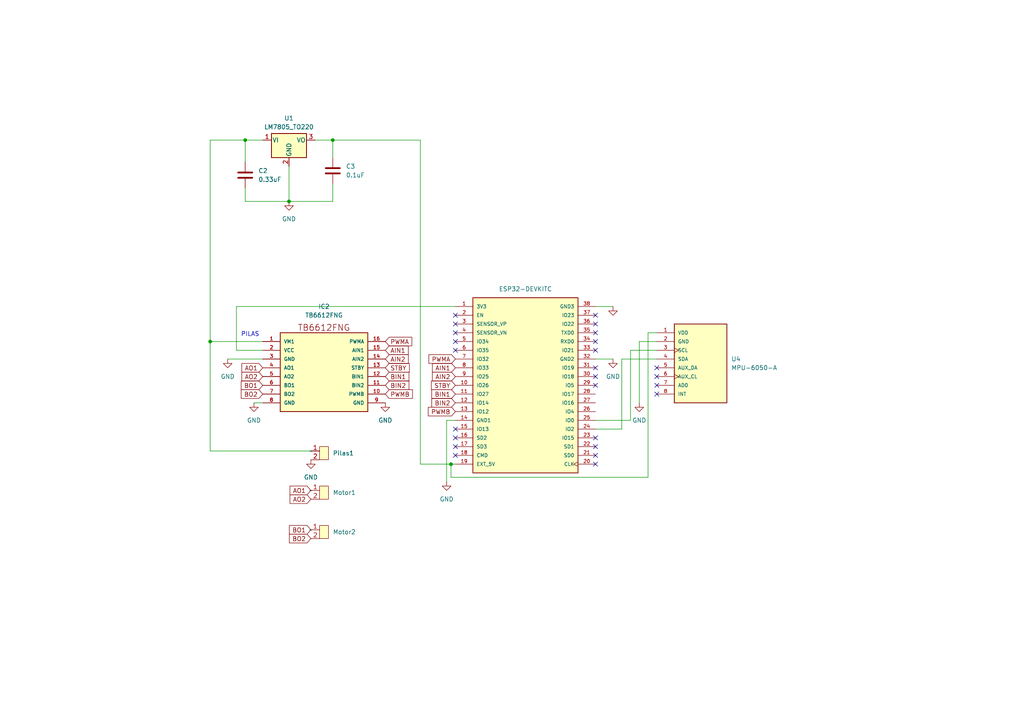
<source format=kicad_sch>
(kicad_sch
	(version 20231120)
	(generator "eeschema")
	(generator_version "8.0")
	(uuid "efb3785d-97dd-4c84-bd5b-f8cfd60b2cf2")
	(paper "A4")
	(lib_symbols
		(symbol "Device:C"
			(pin_numbers hide)
			(pin_names
				(offset 0.254)
			)
			(exclude_from_sim no)
			(in_bom yes)
			(on_board yes)
			(property "Reference" "C"
				(at 0.635 2.54 0)
				(effects
					(font
						(size 1.27 1.27)
					)
					(justify left)
				)
			)
			(property "Value" "C"
				(at 0.635 -2.54 0)
				(effects
					(font
						(size 1.27 1.27)
					)
					(justify left)
				)
			)
			(property "Footprint" ""
				(at 0.9652 -3.81 0)
				(effects
					(font
						(size 1.27 1.27)
					)
					(hide yes)
				)
			)
			(property "Datasheet" "~"
				(at 0 0 0)
				(effects
					(font
						(size 1.27 1.27)
					)
					(hide yes)
				)
			)
			(property "Description" "Unpolarized capacitor"
				(at 0 0 0)
				(effects
					(font
						(size 1.27 1.27)
					)
					(hide yes)
				)
			)
			(property "ki_keywords" "cap capacitor"
				(at 0 0 0)
				(effects
					(font
						(size 1.27 1.27)
					)
					(hide yes)
				)
			)
			(property "ki_fp_filters" "C_*"
				(at 0 0 0)
				(effects
					(font
						(size 1.27 1.27)
					)
					(hide yes)
				)
			)
			(symbol "C_0_1"
				(polyline
					(pts
						(xy -2.032 -0.762) (xy 2.032 -0.762)
					)
					(stroke
						(width 0.508)
						(type default)
					)
					(fill
						(type none)
					)
				)
				(polyline
					(pts
						(xy -2.032 0.762) (xy 2.032 0.762)
					)
					(stroke
						(width 0.508)
						(type default)
					)
					(fill
						(type none)
					)
				)
			)
			(symbol "C_1_1"
				(pin passive line
					(at 0 3.81 270)
					(length 2.794)
					(name "~"
						(effects
							(font
								(size 1.27 1.27)
							)
						)
					)
					(number "1"
						(effects
							(font
								(size 1.27 1.27)
							)
						)
					)
				)
				(pin passive line
					(at 0 -3.81 90)
					(length 2.794)
					(name "~"
						(effects
							(font
								(size 1.27 1.27)
							)
						)
					)
					(number "2"
						(effects
							(font
								(size 1.27 1.27)
							)
						)
					)
				)
			)
		)
		(symbol "MPU-6050-A_1"
			(pin_names
				(offset 1.016)
			)
			(exclude_from_sim no)
			(in_bom yes)
			(on_board yes)
			(property "Reference" "U"
				(at -12.7 21.082 0)
				(effects
					(font
						(size 1.27 1.27)
					)
					(justify left bottom)
				)
			)
			(property "Value" "MPU-6050-A"
				(at -12.7 -22.86 0)
				(effects
					(font
						(size 1.27 1.27)
					)
					(justify left bottom)
				)
			)
			(property "Footprint" "MPU-6050-A:QFN50P400X400X95-24N"
				(at 0 25.4 0)
				(effects
					(font
						(size 1.27 1.27)
					)
					(justify bottom)
					(hide yes)
				)
			)
			(property "Datasheet" ""
				(at 0 0 0)
				(effects
					(font
						(size 1.27 1.27)
					)
					(hide yes)
				)
			)
			(property "Description" "\n"
				(at 0 0 0)
				(effects
					(font
						(size 1.27 1.27)
					)
					(justify bottom)
					(hide yes)
				)
			)
			(property "MF" "TDK InvenSense"
				(at 0 0 0)
				(effects
					(font
						(size 1.27 1.27)
					)
					(justify bottom)
					(hide yes)
				)
			)
			(property "MAXIMUM_PACKAGE_HEIGHT" "0.95mm"
				(at 0 0 0)
				(effects
					(font
						(size 1.27 1.27)
					)
					(justify bottom)
					(hide yes)
				)
			)
			(property "Package" "None"
				(at 0 0 0)
				(effects
					(font
						(size 1.27 1.27)
					)
					(justify bottom)
					(hide yes)
				)
			)
			(property "Price" "None"
				(at 0 0 0)
				(effects
					(font
						(size 1.27 1.27)
					)
					(justify bottom)
					(hide yes)
				)
			)
			(property "Check_prices" "https://www.snapeda.com/parts/MPU-6050-A/InvenSense/view-part/?ref=eda"
				(at -2.54 -27.94 0)
				(effects
					(font
						(size 1.27 1.27)
					)
					(justify bottom)
					(hide yes)
				)
			)
			(property "STANDARD" "IPC-7351B"
				(at 0 0 0)
				(effects
					(font
						(size 1.27 1.27)
					)
					(justify bottom)
					(hide yes)
				)
			)
			(property "PARTREV" "3.4"
				(at 0 0 0)
				(effects
					(font
						(size 1.27 1.27)
					)
					(justify bottom)
					(hide yes)
				)
			)
			(property "SnapEDA_Link" "https://www.snapeda.com/parts/MPU-6050-A/InvenSense/view-part/?ref=snap"
				(at -2.54 -27.94 0)
				(effects
					(font
						(size 1.27 1.27)
					)
					(justify bottom)
					(hide yes)
				)
			)
			(property "MP" "MPU-6050-A"
				(at 0 0 0)
				(effects
					(font
						(size 1.27 1.27)
					)
					(justify bottom)
					(hide yes)
				)
			)
			(property "Availability" "Not in stock"
				(at 0 0 0)
				(effects
					(font
						(size 1.27 1.27)
					)
					(justify bottom)
					(hide yes)
				)
			)
			(property "MANUFACTURER" "InvenSense"
				(at 0 0 0)
				(effects
					(font
						(size 1.27 1.27)
					)
					(justify bottom)
					(hide yes)
				)
			)
			(symbol "MPU-6050-A_1_0_0"
				(rectangle
					(start -12.7 17.78)
					(end 2.54 -5.08)
					(stroke
						(width 0.254)
						(type default)
					)
					(fill
						(type background)
					)
				)
				(pin power_in line
					(at -17.78 15.24 0)
					(length 5.08)
					(name "VDD"
						(effects
							(font
								(size 1.016 1.016)
							)
						)
					)
					(number "1"
						(effects
							(font
								(size 1.016 1.016)
							)
						)
					)
				)
				(pin power_in line
					(at -17.78 12.7 0)
					(length 5.08)
					(name "GND"
						(effects
							(font
								(size 1.016 1.016)
							)
						)
					)
					(number "2"
						(effects
							(font
								(size 1.016 1.016)
							)
						)
					)
				)
				(pin input clock
					(at -17.78 10.16 0)
					(length 5.08)
					(name "SCL"
						(effects
							(font
								(size 1.016 1.016)
							)
						)
					)
					(number "3"
						(effects
							(font
								(size 1.016 1.016)
							)
						)
					)
				)
				(pin bidirectional line
					(at -17.78 7.62 0)
					(length 5.08)
					(name "SDA"
						(effects
							(font
								(size 1.016 1.016)
							)
						)
					)
					(number "4"
						(effects
							(font
								(size 1.016 1.016)
							)
						)
					)
				)
				(pin bidirectional line
					(at -17.78 5.08 0)
					(length 5.08)
					(name "AUX_DA"
						(effects
							(font
								(size 1.016 1.016)
							)
						)
					)
					(number "5"
						(effects
							(font
								(size 1.016 1.016)
							)
						)
					)
				)
				(pin output clock
					(at -17.78 2.54 0)
					(length 5.08)
					(name "AUX_CL"
						(effects
							(font
								(size 1.016 1.016)
							)
						)
					)
					(number "6"
						(effects
							(font
								(size 1.016 1.016)
							)
						)
					)
				)
				(pin input line
					(at -17.78 0 0)
					(length 5.08)
					(name "AD0"
						(effects
							(font
								(size 1.016 1.016)
							)
						)
					)
					(number "7"
						(effects
							(font
								(size 1.016 1.016)
							)
						)
					)
				)
				(pin output line
					(at -17.78 -2.54 0)
					(length 5.08)
					(name "INT"
						(effects
							(font
								(size 1.016 1.016)
							)
						)
					)
					(number "8"
						(effects
							(font
								(size 1.016 1.016)
							)
						)
					)
				)
			)
		)
		(symbol "Mi_Libreria:Conector_doble"
			(exclude_from_sim no)
			(in_bom yes)
			(on_board yes)
			(property "Reference" "U"
				(at 0 0 0)
				(effects
					(font
						(size 1.27 1.27)
					)
				)
			)
			(property "Value" ""
				(at 0 0 0)
				(effects
					(font
						(size 1.27 1.27)
					)
				)
			)
			(property "Footprint" ""
				(at 0 0 0)
				(effects
					(font
						(size 1.27 1.27)
					)
					(hide yes)
				)
			)
			(property "Datasheet" ""
				(at 0 0 0)
				(effects
					(font
						(size 1.27 1.27)
					)
					(hide yes)
				)
			)
			(property "Description" ""
				(at 0 0 0)
				(effects
					(font
						(size 1.27 1.27)
					)
					(hide yes)
				)
			)
			(symbol "Conector_doble_1_1"
				(rectangle
					(start 2.54 1.27)
					(end 5.08 -2.54)
					(stroke
						(width 0)
						(type default)
					)
					(fill
						(type background)
					)
				)
				(pin bidirectional line
					(at 0 0 0)
					(length 2.54)
					(name ""
						(effects
							(font
								(size 1.27 1.27)
							)
						)
					)
					(number "1"
						(effects
							(font
								(size 1.27 1.27)
							)
						)
					)
				)
				(pin bidirectional line
					(at 0 -2.54 0)
					(length 2.54)
					(name ""
						(effects
							(font
								(size 1.27 1.27)
							)
						)
					)
					(number "2"
						(effects
							(font
								(size 1.27 1.27)
							)
						)
					)
				)
			)
		)
		(symbol "Mi_Libreria:ESP32-DEVKITC"
			(pin_names
				(offset 1.016)
			)
			(exclude_from_sim no)
			(in_bom yes)
			(on_board yes)
			(property "Reference" "U"
				(at -15.2572 26.0643 0)
				(effects
					(font
						(size 1.27 1.27)
					)
					(justify left bottom)
				)
			)
			(property "Value" "ESP32-DEVKITC"
				(at -15.2563 -27.9698 0)
				(effects
					(font
						(size 1.27 1.27)
					)
					(justify left bottom)
				)
			)
			(property "Footprint" "ESP32-DEVKITC:MODULE_ESP32-DEVKITC"
				(at 0 0 0)
				(effects
					(font
						(size 1.27 1.27)
					)
					(justify bottom)
					(hide yes)
				)
			)
			(property "Datasheet" ""
				(at 0 0 0)
				(effects
					(font
						(size 1.27 1.27)
					)
					(hide yes)
				)
			)
			(property "Description" "\nESP32-WROOM-32UE series Transceiver; 802.11 b/g/n (Wi-Fi, WiFi, WLAN), Bluetooth ® Smart Ready 4.x Dual Mode Evaluation Board\n"
				(at 0 31.75 0)
				(effects
					(font
						(size 1.27 1.27)
					)
					(justify bottom)
				)
			)
			(property "MF" "Espressif Systems"
				(at 0 0 0)
				(effects
					(font
						(size 1.27 1.27)
					)
					(justify bottom)
					(hide yes)
				)
			)
			(property "Package" "None"
				(at 0 0 0)
				(effects
					(font
						(size 1.27 1.27)
					)
					(justify bottom)
					(hide yes)
				)
			)
			(property "Price" "None"
				(at 0 0 0)
				(effects
					(font
						(size 1.27 1.27)
					)
					(justify bottom)
					(hide yes)
				)
			)
			(property "Check_prices" "https://www.snapeda.com/parts/ESP32-DEVKITC/Espressif+Systems/view-part/?ref=eda"
				(at -1.27 -36.83 0)
				(effects
					(font
						(size 1.27 1.27)
					)
					(justify bottom)
				)
			)
			(property "STANDARD" "Manufacturer Recommendations"
				(at 0 0 0)
				(effects
					(font
						(size 1.27 1.27)
					)
					(justify bottom)
					(hide yes)
				)
			)
			(property "PARTREV" "N/A"
				(at 0 0 0)
				(effects
					(font
						(size 1.27 1.27)
					)
					(justify bottom)
					(hide yes)
				)
			)
			(property "SnapEDA_Link" "https://www.snapeda.com/parts/ESP32-DEVKITC/Espressif+Systems/view-part/?ref=snap"
				(at -1.27 -36.83 0)
				(effects
					(font
						(size 1.27 1.27)
					)
					(justify bottom)
				)
			)
			(property "MP" "ESP32-DEVKITC"
				(at 0 2.54 0)
				(effects
					(font
						(size 1.27 1.27)
					)
					(justify bottom)
					(hide yes)
				)
			)
			(property "Availability" "In Stock"
				(at 0 0 0)
				(effects
					(font
						(size 1.27 1.27)
					)
					(justify bottom)
					(hide yes)
				)
			)
			(property "MANUFACTURER" "ESPRESSIF"
				(at 0 0 0)
				(effects
					(font
						(size 1.27 1.27)
					)
					(justify bottom)
					(hide yes)
				)
			)
			(symbol "ESP32-DEVKITC_0_0"
				(rectangle
					(start -15.24 25.4)
					(end 15.24 -25.4)
					(stroke
						(width 0.254)
						(type default)
					)
					(fill
						(type background)
					)
				)
				(pin power_in line
					(at -20.32 22.86 0)
					(length 5.08)
					(name "3V3"
						(effects
							(font
								(size 1.016 1.016)
							)
						)
					)
					(number "1"
						(effects
							(font
								(size 1.016 1.016)
							)
						)
					)
				)
				(pin bidirectional line
					(at -20.32 0 0)
					(length 5.08)
					(name "IO26"
						(effects
							(font
								(size 1.016 1.016)
							)
						)
					)
					(number "10"
						(effects
							(font
								(size 1.016 1.016)
							)
						)
					)
				)
				(pin bidirectional line
					(at -20.32 -2.54 0)
					(length 5.08)
					(name "IO27"
						(effects
							(font
								(size 1.016 1.016)
							)
						)
					)
					(number "11"
						(effects
							(font
								(size 1.016 1.016)
							)
						)
					)
				)
				(pin bidirectional line
					(at -20.32 -5.08 0)
					(length 5.08)
					(name "IO14"
						(effects
							(font
								(size 1.016 1.016)
							)
						)
					)
					(number "12"
						(effects
							(font
								(size 1.016 1.016)
							)
						)
					)
				)
				(pin bidirectional line
					(at -20.32 -7.62 0)
					(length 5.08)
					(name "IO12"
						(effects
							(font
								(size 1.016 1.016)
							)
						)
					)
					(number "13"
						(effects
							(font
								(size 1.016 1.016)
							)
						)
					)
				)
				(pin power_in line
					(at -20.32 -10.16 0)
					(length 5.08)
					(name "GND1"
						(effects
							(font
								(size 1.016 1.016)
							)
						)
					)
					(number "14"
						(effects
							(font
								(size 1.016 1.016)
							)
						)
					)
				)
				(pin bidirectional line
					(at -20.32 -12.7 0)
					(length 5.08)
					(name "IO13"
						(effects
							(font
								(size 1.016 1.016)
							)
						)
					)
					(number "15"
						(effects
							(font
								(size 1.016 1.016)
							)
						)
					)
				)
				(pin bidirectional line
					(at -20.32 -15.24 0)
					(length 5.08)
					(name "SD2"
						(effects
							(font
								(size 1.016 1.016)
							)
						)
					)
					(number "16"
						(effects
							(font
								(size 1.016 1.016)
							)
						)
					)
				)
				(pin bidirectional line
					(at -20.32 -17.78 0)
					(length 5.08)
					(name "SD3"
						(effects
							(font
								(size 1.016 1.016)
							)
						)
					)
					(number "17"
						(effects
							(font
								(size 1.016 1.016)
							)
						)
					)
				)
				(pin bidirectional line
					(at -20.32 -20.32 0)
					(length 5.08)
					(name "CMD"
						(effects
							(font
								(size 1.016 1.016)
							)
						)
					)
					(number "18"
						(effects
							(font
								(size 1.016 1.016)
							)
						)
					)
				)
				(pin power_in line
					(at -20.32 -22.86 0)
					(length 5.08)
					(name "EXT_5V"
						(effects
							(font
								(size 1.016 1.016)
							)
						)
					)
					(number "19"
						(effects
							(font
								(size 1.016 1.016)
							)
						)
					)
				)
				(pin input line
					(at -20.32 20.32 0)
					(length 5.08)
					(name "EN"
						(effects
							(font
								(size 1.016 1.016)
							)
						)
					)
					(number "2"
						(effects
							(font
								(size 1.016 1.016)
							)
						)
					)
				)
				(pin input clock
					(at 20.32 -22.86 180)
					(length 5.08)
					(name "CLK"
						(effects
							(font
								(size 1.016 1.016)
							)
						)
					)
					(number "20"
						(effects
							(font
								(size 1.016 1.016)
							)
						)
					)
				)
				(pin bidirectional line
					(at 20.32 -20.32 180)
					(length 5.08)
					(name "SD0"
						(effects
							(font
								(size 1.016 1.016)
							)
						)
					)
					(number "21"
						(effects
							(font
								(size 1.016 1.016)
							)
						)
					)
				)
				(pin bidirectional line
					(at 20.32 -17.78 180)
					(length 5.08)
					(name "SD1"
						(effects
							(font
								(size 1.016 1.016)
							)
						)
					)
					(number "22"
						(effects
							(font
								(size 1.016 1.016)
							)
						)
					)
				)
				(pin bidirectional line
					(at 20.32 -15.24 180)
					(length 5.08)
					(name "IO15"
						(effects
							(font
								(size 1.016 1.016)
							)
						)
					)
					(number "23"
						(effects
							(font
								(size 1.016 1.016)
							)
						)
					)
				)
				(pin bidirectional line
					(at 20.32 -12.7 180)
					(length 5.08)
					(name "IO2"
						(effects
							(font
								(size 1.016 1.016)
							)
						)
					)
					(number "24"
						(effects
							(font
								(size 1.016 1.016)
							)
						)
					)
				)
				(pin bidirectional line
					(at 20.32 -10.16 180)
					(length 5.08)
					(name "IO0"
						(effects
							(font
								(size 1.016 1.016)
							)
						)
					)
					(number "25"
						(effects
							(font
								(size 1.016 1.016)
							)
						)
					)
				)
				(pin bidirectional line
					(at 20.32 -7.62 180)
					(length 5.08)
					(name "IO4"
						(effects
							(font
								(size 1.016 1.016)
							)
						)
					)
					(number "26"
						(effects
							(font
								(size 1.016 1.016)
							)
						)
					)
				)
				(pin bidirectional line
					(at 20.32 -5.08 180)
					(length 5.08)
					(name "IO16"
						(effects
							(font
								(size 1.016 1.016)
							)
						)
					)
					(number "27"
						(effects
							(font
								(size 1.016 1.016)
							)
						)
					)
				)
				(pin bidirectional line
					(at 20.32 -2.54 180)
					(length 5.08)
					(name "IO17"
						(effects
							(font
								(size 1.016 1.016)
							)
						)
					)
					(number "28"
						(effects
							(font
								(size 1.016 1.016)
							)
						)
					)
				)
				(pin bidirectional line
					(at 20.32 0 180)
					(length 5.08)
					(name "IO5"
						(effects
							(font
								(size 1.016 1.016)
							)
						)
					)
					(number "29"
						(effects
							(font
								(size 1.016 1.016)
							)
						)
					)
				)
				(pin input line
					(at -20.32 17.78 0)
					(length 5.08)
					(name "SENSOR_VP"
						(effects
							(font
								(size 1.016 1.016)
							)
						)
					)
					(number "3"
						(effects
							(font
								(size 1.016 1.016)
							)
						)
					)
				)
				(pin bidirectional line
					(at 20.32 2.54 180)
					(length 5.08)
					(name "IO18"
						(effects
							(font
								(size 1.016 1.016)
							)
						)
					)
					(number "30"
						(effects
							(font
								(size 1.016 1.016)
							)
						)
					)
				)
				(pin bidirectional line
					(at 20.32 5.08 180)
					(length 5.08)
					(name "IO19"
						(effects
							(font
								(size 1.016 1.016)
							)
						)
					)
					(number "31"
						(effects
							(font
								(size 1.016 1.016)
							)
						)
					)
				)
				(pin power_in line
					(at 20.32 7.62 180)
					(length 5.08)
					(name "GND2"
						(effects
							(font
								(size 1.016 1.016)
							)
						)
					)
					(number "32"
						(effects
							(font
								(size 1.016 1.016)
							)
						)
					)
				)
				(pin bidirectional line
					(at 20.32 10.16 180)
					(length 5.08)
					(name "IO21"
						(effects
							(font
								(size 1.016 1.016)
							)
						)
					)
					(number "33"
						(effects
							(font
								(size 1.016 1.016)
							)
						)
					)
				)
				(pin input line
					(at 20.32 12.7 180)
					(length 5.08)
					(name "RXD0"
						(effects
							(font
								(size 1.016 1.016)
							)
						)
					)
					(number "34"
						(effects
							(font
								(size 1.016 1.016)
							)
						)
					)
				)
				(pin output line
					(at 20.32 15.24 180)
					(length 5.08)
					(name "TXD0"
						(effects
							(font
								(size 1.016 1.016)
							)
						)
					)
					(number "35"
						(effects
							(font
								(size 1.016 1.016)
							)
						)
					)
				)
				(pin bidirectional line
					(at 20.32 17.78 180)
					(length 5.08)
					(name "IO22"
						(effects
							(font
								(size 1.016 1.016)
							)
						)
					)
					(number "36"
						(effects
							(font
								(size 1.016 1.016)
							)
						)
					)
				)
				(pin bidirectional line
					(at 20.32 20.32 180)
					(length 5.08)
					(name "IO23"
						(effects
							(font
								(size 1.016 1.016)
							)
						)
					)
					(number "37"
						(effects
							(font
								(size 1.016 1.016)
							)
						)
					)
				)
				(pin power_in line
					(at 20.32 22.86 180)
					(length 5.08)
					(name "GND3"
						(effects
							(font
								(size 1.016 1.016)
							)
						)
					)
					(number "38"
						(effects
							(font
								(size 1.016 1.016)
							)
						)
					)
				)
				(pin input line
					(at -20.32 15.24 0)
					(length 5.08)
					(name "SENSOR_VN"
						(effects
							(font
								(size 1.016 1.016)
							)
						)
					)
					(number "4"
						(effects
							(font
								(size 1.016 1.016)
							)
						)
					)
				)
				(pin bidirectional line
					(at -20.32 12.7 0)
					(length 5.08)
					(name "IO34"
						(effects
							(font
								(size 1.016 1.016)
							)
						)
					)
					(number "5"
						(effects
							(font
								(size 1.016 1.016)
							)
						)
					)
				)
				(pin bidirectional line
					(at -20.32 10.16 0)
					(length 5.08)
					(name "IO35"
						(effects
							(font
								(size 1.016 1.016)
							)
						)
					)
					(number "6"
						(effects
							(font
								(size 1.016 1.016)
							)
						)
					)
				)
				(pin bidirectional line
					(at -20.32 7.62 0)
					(length 5.08)
					(name "IO32"
						(effects
							(font
								(size 1.016 1.016)
							)
						)
					)
					(number "7"
						(effects
							(font
								(size 1.016 1.016)
							)
						)
					)
				)
				(pin bidirectional line
					(at -20.32 5.08 0)
					(length 5.08)
					(name "IO33"
						(effects
							(font
								(size 1.016 1.016)
							)
						)
					)
					(number "8"
						(effects
							(font
								(size 1.016 1.016)
							)
						)
					)
				)
				(pin bidirectional line
					(at -20.32 2.54 0)
					(length 5.08)
					(name "IO25"
						(effects
							(font
								(size 1.016 1.016)
							)
						)
					)
					(number "9"
						(effects
							(font
								(size 1.016 1.016)
							)
						)
					)
				)
			)
		)
		(symbol "Mi_Libreria:TB6612FNG"
			(pin_names
				(offset 1.016)
			)
			(exclude_from_sim no)
			(in_bom yes)
			(on_board yes)
			(property "Reference" "IC"
				(at -2.54 -25.4 0)
				(effects
					(font
						(size 1.27 1.27)
					)
					(justify left bottom)
				)
			)
			(property "Value" "TB6612FNG"
				(at 0 0 0)
				(effects
					(font
						(size 1.27 1.27)
					)
					(justify bottom)
				)
			)
			(property "Footprint" "TB6612FNG:SSOP24"
				(at 0 0 0)
				(effects
					(font
						(size 1.27 1.27)
					)
					(justify bottom)
					(hide yes)
				)
			)
			(property "Datasheet" ""
				(at 0 0 0)
				(effects
					(font
						(size 1.27 1.27)
					)
					(hide yes)
				)
			)
			(property "Description" "\n- Motor Driver Power MOSFET Parallel 24-SSOP\n"
				(at 0 -35.56 0)
				(effects
					(font
						(size 1.27 1.27)
					)
					(justify bottom)
					(hide yes)
				)
			)
			(property "MF" "Toshiba"
				(at 0 0 0)
				(effects
					(font
						(size 1.27 1.27)
					)
					(justify bottom)
					(hide yes)
				)
			)
			(property "Package" "None"
				(at 0 0 0)
				(effects
					(font
						(size 1.27 1.27)
					)
					(justify bottom)
					(hide yes)
				)
			)
			(property "Price" "None"
				(at 0 0 0)
				(effects
					(font
						(size 1.27 1.27)
					)
					(justify bottom)
					(hide yes)
				)
			)
			(property "SnapEDA_Link" "https://www.snapeda.com/parts/TB6612FNG/Toshiba/view-part/?ref=snap"
				(at 0 -35.56 0)
				(effects
					(font
						(size 1.27 1.27)
					)
					(justify bottom)
					(hide yes)
				)
			)
			(property "MP" "TB6612FNG"
				(at 0 0 0)
				(effects
					(font
						(size 1.27 1.27)
					)
					(justify bottom)
					(hide yes)
				)
			)
			(property "Purchase-URL" "https://www.snapeda.com/api/url_track_click_mouser/?unipart_id=6765825&manufacturer=Toshiba&part_name=TB6612FNG&search_term=tb6612fng"
				(at 0 -35.56 0)
				(effects
					(font
						(size 1.27 1.27)
					)
					(justify bottom)
					(hide yes)
				)
			)
			(property "Availability" "In Stock"
				(at 0 0 0)
				(effects
					(font
						(size 1.27 1.27)
					)
					(justify bottom)
					(hide yes)
				)
			)
			(property "Check_prices" "https://www.snapeda.com/parts/TB6612FNG/Toshiba/view-part/?ref=eda"
				(at 0 -35.56 0)
				(effects
					(font
						(size 1.27 1.27)
					)
					(justify bottom)
					(hide yes)
				)
			)
			(symbol "TB6612FNG_0_0"
				(rectangle
					(start -12.7 20.32)
					(end 12.7 -2.54)
					(stroke
						(width 0.254)
						(type default)
					)
					(fill
						(type background)
					)
				)
				(text "TB6612FNG"
					(at 7.62 22.86 0)
					(effects
						(font
							(size 1.778 1.778)
						)
						(justify right top)
					)
				)
				(pin power_in line
					(at -17.78 17.78 0)
					(length 5.08)
					(name "VM1"
						(effects
							(font
								(size 1.016 1.016)
							)
						)
					)
					(number "1"
						(effects
							(font
								(size 1.016 1.016)
							)
						)
					)
				)
				(pin power_in line
					(at -17.78 15.24 0)
					(length 5.08)
					(name "VCC"
						(effects
							(font
								(size 1.016 1.016)
							)
						)
					)
					(number "2"
						(effects
							(font
								(size 1.016 1.016)
							)
						)
					)
				)
				(pin power_in line
					(at -17.78 12.7 0)
					(length 5.08)
					(name "GND"
						(effects
							(font
								(size 1.016 1.016)
							)
						)
					)
					(number "3"
						(effects
							(font
								(size 1.016 1.016)
							)
						)
					)
				)
				(pin output line
					(at -17.78 10.16 0)
					(length 5.08)
					(name "AO1"
						(effects
							(font
								(size 1.016 1.016)
							)
						)
					)
					(number "4"
						(effects
							(font
								(size 1.016 1.016)
							)
						)
					)
				)
				(pin output line
					(at -17.78 7.62 0)
					(length 5.08)
					(name "AO2"
						(effects
							(font
								(size 1.016 1.016)
							)
						)
					)
					(number "5"
						(effects
							(font
								(size 1.016 1.016)
							)
						)
					)
				)
				(pin output line
					(at -17.78 5.08 0)
					(length 5.08)
					(name "BO1"
						(effects
							(font
								(size 1.016 1.016)
							)
						)
					)
					(number "6"
						(effects
							(font
								(size 1.016 1.016)
							)
						)
					)
				)
				(pin output line
					(at -17.78 2.54 0)
					(length 5.08)
					(name "BO2"
						(effects
							(font
								(size 1.016 1.016)
							)
						)
					)
					(number "7"
						(effects
							(font
								(size 1.016 1.016)
							)
						)
					)
				)
				(pin power_in line
					(at -17.78 0 0)
					(length 5.08)
					(name "GND"
						(effects
							(font
								(size 1.016 1.016)
							)
						)
					)
					(number "8"
						(effects
							(font
								(size 1.016 1.016)
							)
						)
					)
				)
			)
			(symbol "TB6612FNG_1_0"
				(pin input line
					(at 17.78 2.54 180)
					(length 5.08)
					(name "PWMB"
						(effects
							(font
								(size 1.016 1.016)
							)
						)
					)
					(number "10"
						(effects
							(font
								(size 1.016 1.016)
							)
						)
					)
				)
				(pin input line
					(at 17.78 5.08 180)
					(length 5.08)
					(name "BIN2"
						(effects
							(font
								(size 1.016 1.016)
							)
						)
					)
					(number "11"
						(effects
							(font
								(size 1.016 1.016)
							)
						)
					)
				)
				(pin input line
					(at 17.78 7.62 180)
					(length 5.08)
					(name "BIN1"
						(effects
							(font
								(size 1.016 1.016)
							)
						)
					)
					(number "12"
						(effects
							(font
								(size 1.016 1.016)
							)
						)
					)
				)
				(pin input line
					(at 17.78 10.16 180)
					(length 5.08)
					(name "STBY"
						(effects
							(font
								(size 1.016 1.016)
							)
						)
					)
					(number "13"
						(effects
							(font
								(size 1.016 1.016)
							)
						)
					)
				)
				(pin input line
					(at 17.78 12.7 180)
					(length 5.08)
					(name "AIN2"
						(effects
							(font
								(size 1.016 1.016)
							)
						)
					)
					(number "14"
						(effects
							(font
								(size 1.016 1.016)
							)
						)
					)
				)
				(pin input line
					(at 17.78 15.24 180)
					(length 5.08)
					(name "AIN1"
						(effects
							(font
								(size 1.016 1.016)
							)
						)
					)
					(number "15"
						(effects
							(font
								(size 1.016 1.016)
							)
						)
					)
				)
				(pin input line
					(at 17.78 17.78 180)
					(length 5.08)
					(name "PWMA"
						(effects
							(font
								(size 1.016 1.016)
							)
						)
					)
					(number "16"
						(effects
							(font
								(size 1.016 1.016)
							)
						)
					)
				)
				(pin power_in line
					(at 17.78 0 180)
					(length 5.08)
					(name "GND"
						(effects
							(font
								(size 1.016 1.016)
							)
						)
					)
					(number "9"
						(effects
							(font
								(size 1.016 1.016)
							)
						)
					)
				)
			)
		)
		(symbol "Regulator_Linear:LM7805_TO220"
			(pin_names
				(offset 0.254)
			)
			(exclude_from_sim no)
			(in_bom yes)
			(on_board yes)
			(property "Reference" "U"
				(at -3.81 3.175 0)
				(effects
					(font
						(size 1.27 1.27)
					)
				)
			)
			(property "Value" "LM7805_TO220"
				(at 0 3.175 0)
				(effects
					(font
						(size 1.27 1.27)
					)
					(justify left)
				)
			)
			(property "Footprint" "Package_TO_SOT_THT:TO-220-3_Vertical"
				(at 0 5.715 0)
				(effects
					(font
						(size 1.27 1.27)
						(italic yes)
					)
					(hide yes)
				)
			)
			(property "Datasheet" "https://www.onsemi.cn/PowerSolutions/document/MC7800-D.PDF"
				(at 0 -1.27 0)
				(effects
					(font
						(size 1.27 1.27)
					)
					(hide yes)
				)
			)
			(property "Description" "Positive 1A 35V Linear Regulator, Fixed Output 5V, TO-220"
				(at 0 0 0)
				(effects
					(font
						(size 1.27 1.27)
					)
					(hide yes)
				)
			)
			(property "ki_keywords" "Voltage Regulator 1A Positive"
				(at 0 0 0)
				(effects
					(font
						(size 1.27 1.27)
					)
					(hide yes)
				)
			)
			(property "ki_fp_filters" "TO?220*"
				(at 0 0 0)
				(effects
					(font
						(size 1.27 1.27)
					)
					(hide yes)
				)
			)
			(symbol "LM7805_TO220_0_1"
				(rectangle
					(start -5.08 1.905)
					(end 5.08 -5.08)
					(stroke
						(width 0.254)
						(type default)
					)
					(fill
						(type background)
					)
				)
			)
			(symbol "LM7805_TO220_1_1"
				(pin power_in line
					(at -7.62 0 0)
					(length 2.54)
					(name "VI"
						(effects
							(font
								(size 1.27 1.27)
							)
						)
					)
					(number "1"
						(effects
							(font
								(size 1.27 1.27)
							)
						)
					)
				)
				(pin power_in line
					(at 0 -7.62 90)
					(length 2.54)
					(name "GND"
						(effects
							(font
								(size 1.27 1.27)
							)
						)
					)
					(number "2"
						(effects
							(font
								(size 1.27 1.27)
							)
						)
					)
				)
				(pin power_out line
					(at 7.62 0 180)
					(length 2.54)
					(name "VO"
						(effects
							(font
								(size 1.27 1.27)
							)
						)
					)
					(number "3"
						(effects
							(font
								(size 1.27 1.27)
							)
						)
					)
				)
			)
		)
		(symbol "power:GND"
			(power)
			(pin_names
				(offset 0)
			)
			(exclude_from_sim no)
			(in_bom yes)
			(on_board yes)
			(property "Reference" "#PWR"
				(at 0 -6.35 0)
				(effects
					(font
						(size 1.27 1.27)
					)
					(hide yes)
				)
			)
			(property "Value" "GND"
				(at 0 -3.81 0)
				(effects
					(font
						(size 1.27 1.27)
					)
				)
			)
			(property "Footprint" ""
				(at 0 0 0)
				(effects
					(font
						(size 1.27 1.27)
					)
					(hide yes)
				)
			)
			(property "Datasheet" ""
				(at 0 0 0)
				(effects
					(font
						(size 1.27 1.27)
					)
					(hide yes)
				)
			)
			(property "Description" "Power symbol creates a global label with name \"GND\" , ground"
				(at 0 0 0)
				(effects
					(font
						(size 1.27 1.27)
					)
					(hide yes)
				)
			)
			(property "ki_keywords" "global power"
				(at 0 0 0)
				(effects
					(font
						(size 1.27 1.27)
					)
					(hide yes)
				)
			)
			(symbol "GND_0_1"
				(polyline
					(pts
						(xy 0 0) (xy 0 -1.27) (xy 1.27 -1.27) (xy 0 -2.54) (xy -1.27 -1.27) (xy 0 -1.27)
					)
					(stroke
						(width 0)
						(type default)
					)
					(fill
						(type none)
					)
				)
			)
			(symbol "GND_1_1"
				(pin power_in line
					(at 0 0 270)
					(length 0) hide
					(name "GND"
						(effects
							(font
								(size 1.27 1.27)
							)
						)
					)
					(number "1"
						(effects
							(font
								(size 1.27 1.27)
							)
						)
					)
				)
			)
		)
	)
	(junction
		(at 60.96 99.06)
		(diameter 0)
		(color 0 0 0 0)
		(uuid "853e45a9-62c4-41c3-b6c4-a5a9e41fab49")
	)
	(junction
		(at 83.82 58.42)
		(diameter 0)
		(color 0 0 0 0)
		(uuid "88ec5e9f-a995-4460-a2fa-3a31996a6483")
	)
	(junction
		(at 71.12 40.64)
		(diameter 0)
		(color 0 0 0 0)
		(uuid "b8352e3f-7940-4c14-b3c3-89f2a84faa2d")
	)
	(junction
		(at 130.81 134.62)
		(diameter 0)
		(color 0 0 0 0)
		(uuid "bc33cffc-cf77-4270-942b-59141f01114b")
	)
	(junction
		(at 96.52 40.64)
		(diameter 0)
		(color 0 0 0 0)
		(uuid "ee505762-0842-4d0f-a97a-d4780f8f6165")
	)
	(no_connect
		(at 132.08 99.06)
		(uuid "158c5129-4506-44f7-b91a-ec75b8a66a28")
	)
	(no_connect
		(at 190.5 114.3)
		(uuid "2beb3fbe-5c46-48a9-b836-c7c191f6ab0c")
	)
	(no_connect
		(at 172.72 129.54)
		(uuid "4523d6ee-2140-41aa-b992-55a0a6b82096")
	)
	(no_connect
		(at 172.72 127)
		(uuid "4e3bd44e-42b2-4742-b569-45cb05717850")
	)
	(no_connect
		(at 172.72 106.68)
		(uuid "64800f26-fd3f-40f8-9363-981b5738e67e")
	)
	(no_connect
		(at 190.5 106.68)
		(uuid "69c8c361-db31-4964-8ab6-db310e9e3504")
	)
	(no_connect
		(at 132.08 91.44)
		(uuid "6d020aaa-ed09-4de7-a93e-0a454d5e80b4")
	)
	(no_connect
		(at 172.72 101.6)
		(uuid "7d42957a-2eb8-4b74-bc90-c5e1cc90cfa9")
	)
	(no_connect
		(at 190.5 111.76)
		(uuid "84ffb870-74c6-47b3-8745-0b30439495e2")
	)
	(no_connect
		(at 132.08 132.08)
		(uuid "87e86a74-e1d0-4387-ad92-65edefd85d96")
	)
	(no_connect
		(at 172.72 134.62)
		(uuid "8c5eb077-00d5-4275-8744-16473e64fc76")
	)
	(no_connect
		(at 172.72 132.08)
		(uuid "904919dc-fb09-4dc0-afa7-85976d3a9cb1")
	)
	(no_connect
		(at 172.72 111.76)
		(uuid "98b9cf43-7c9a-4ebe-8577-4f5bafe39a10")
	)
	(no_connect
		(at 172.72 91.44)
		(uuid "9b42604d-c30d-4a64-823e-05dc069788fe")
	)
	(no_connect
		(at 132.08 124.46)
		(uuid "9ff1c3d8-8643-4056-a84c-a46129f69216")
	)
	(no_connect
		(at 132.08 93.98)
		(uuid "a583e13f-e730-41af-8542-8694e26f57f0")
	)
	(no_connect
		(at 132.08 101.6)
		(uuid "aa0de381-8f9e-41b9-9da0-bfacc5230570")
	)
	(no_connect
		(at 172.72 96.52)
		(uuid "bc83528e-d5d0-4e2c-9b98-cbf691df3896")
	)
	(no_connect
		(at 132.08 127)
		(uuid "bf81d5e1-7f87-4b49-8957-60359a36e118")
	)
	(no_connect
		(at 172.72 109.22)
		(uuid "c9b12117-a37e-45f8-91fb-efd4c4d1a7f7")
	)
	(no_connect
		(at 190.5 109.22)
		(uuid "e24406f7-d5f2-43e3-983f-0facc5edf8a9")
	)
	(no_connect
		(at 172.72 99.06)
		(uuid "e3d70d0c-d4b2-48c1-99ab-8fe8b6757b64")
	)
	(no_connect
		(at 132.08 129.54)
		(uuid "f0a2f730-55f8-46b6-b470-e9fefeac7c85")
	)
	(no_connect
		(at 172.72 93.98)
		(uuid "fedbc8a0-d81e-4d3a-a737-862ecfdca74c")
	)
	(no_connect
		(at 132.08 96.52)
		(uuid "ffef6117-d99a-40bf-89a2-c1fd83ccfdd8")
	)
	(wire
		(pts
			(xy 172.72 88.9) (xy 177.8 88.9)
		)
		(stroke
			(width 0)
			(type default)
		)
		(uuid "035092bd-d61f-4553-8a16-304ab4eb89c9")
	)
	(wire
		(pts
			(xy 68.58 101.6) (xy 76.2 101.6)
		)
		(stroke
			(width 0)
			(type default)
		)
		(uuid "07f2284e-44d4-4183-8507-98352e860e3d")
	)
	(wire
		(pts
			(xy 71.12 40.64) (xy 76.2 40.64)
		)
		(stroke
			(width 0)
			(type default)
		)
		(uuid "0cb2669a-c405-4522-b8b6-5c8739eba837")
	)
	(wire
		(pts
			(xy 60.96 130.81) (xy 90.17 130.81)
		)
		(stroke
			(width 0)
			(type default)
		)
		(uuid "0e62a8f8-1bf5-40f3-ab34-9ccd56382485")
	)
	(wire
		(pts
			(xy 96.52 40.64) (xy 121.92 40.64)
		)
		(stroke
			(width 0)
			(type default)
		)
		(uuid "15b691fb-ea7c-4573-9ca5-2e4ebd86a56e")
	)
	(wire
		(pts
			(xy 73.66 116.84) (xy 76.2 116.84)
		)
		(stroke
			(width 0)
			(type default)
		)
		(uuid "16e1d2e6-3600-43cb-b692-73bf25fe35fd")
	)
	(wire
		(pts
			(xy 185.42 99.06) (xy 185.42 116.84)
		)
		(stroke
			(width 0)
			(type default)
		)
		(uuid "2189591d-4661-4cc8-bec4-c888bda7f986")
	)
	(wire
		(pts
			(xy 66.04 104.14) (xy 76.2 104.14)
		)
		(stroke
			(width 0)
			(type default)
		)
		(uuid "26cddd72-0434-4206-8bce-a2b7e6bebd97")
	)
	(wire
		(pts
			(xy 96.52 40.64) (xy 91.44 40.64)
		)
		(stroke
			(width 0)
			(type default)
		)
		(uuid "272b0f06-78cf-44ab-a996-bd19a93b4b6c")
	)
	(wire
		(pts
			(xy 180.34 104.14) (xy 190.5 104.14)
		)
		(stroke
			(width 0)
			(type default)
		)
		(uuid "2fdec903-b647-4973-a2d8-1ba8431778ca")
	)
	(wire
		(pts
			(xy 130.81 134.62) (xy 132.08 134.62)
		)
		(stroke
			(width 0)
			(type default)
		)
		(uuid "300e6d49-9ed5-4464-bb1e-382929ba30d5")
	)
	(wire
		(pts
			(xy 83.82 48.26) (xy 83.82 58.42)
		)
		(stroke
			(width 0)
			(type default)
		)
		(uuid "306df6a3-98ef-4cc9-82df-3c3598ca28bb")
	)
	(wire
		(pts
			(xy 71.12 40.64) (xy 71.12 46.99)
		)
		(stroke
			(width 0)
			(type default)
		)
		(uuid "315b9441-e543-4881-9d9f-b18f210a611f")
	)
	(wire
		(pts
			(xy 71.12 40.64) (xy 60.96 40.64)
		)
		(stroke
			(width 0)
			(type default)
		)
		(uuid "33f593cd-98b4-44d0-8b7a-7b98ba1a74f3")
	)
	(wire
		(pts
			(xy 180.34 124.46) (xy 172.72 124.46)
		)
		(stroke
			(width 0)
			(type default)
		)
		(uuid "3823d029-f9a8-4bfb-975e-10aeb79f9291")
	)
	(wire
		(pts
			(xy 172.72 104.14) (xy 177.8 104.14)
		)
		(stroke
			(width 0)
			(type default)
		)
		(uuid "39ae95eb-11e9-4251-a3e7-401a8f98aef9")
	)
	(wire
		(pts
			(xy 129.54 121.92) (xy 129.54 139.7)
		)
		(stroke
			(width 0)
			(type default)
		)
		(uuid "41ae4432-0428-40fd-954a-999e6f1ddb99")
	)
	(wire
		(pts
			(xy 182.88 101.6) (xy 190.5 101.6)
		)
		(stroke
			(width 0)
			(type default)
		)
		(uuid "49326e54-fa52-4f48-8236-692212d5aada")
	)
	(wire
		(pts
			(xy 187.96 138.43) (xy 130.81 138.43)
		)
		(stroke
			(width 0)
			(type default)
		)
		(uuid "5d39cc0b-cc8b-44cf-87ac-6f6d37b512d1")
	)
	(wire
		(pts
			(xy 68.58 88.9) (xy 68.58 101.6)
		)
		(stroke
			(width 0)
			(type default)
		)
		(uuid "5db27867-b5c0-47e5-8402-cdd3039ad5fc")
	)
	(wire
		(pts
			(xy 180.34 104.14) (xy 180.34 124.46)
		)
		(stroke
			(width 0)
			(type default)
		)
		(uuid "6c8a29c5-da8b-48ce-a6bd-96d2ef20f77a")
	)
	(wire
		(pts
			(xy 83.82 58.42) (xy 96.52 58.42)
		)
		(stroke
			(width 0)
			(type default)
		)
		(uuid "744b2068-92a7-4581-9f90-8250dea07f84")
	)
	(wire
		(pts
			(xy 96.52 53.34) (xy 96.52 58.42)
		)
		(stroke
			(width 0)
			(type default)
		)
		(uuid "82d4ead6-d50b-425f-bf3a-3c5d732ab0e1")
	)
	(wire
		(pts
			(xy 132.08 121.92) (xy 129.54 121.92)
		)
		(stroke
			(width 0)
			(type default)
		)
		(uuid "8a4517df-dab3-4b2a-8337-5da84d1185c2")
	)
	(wire
		(pts
			(xy 96.52 40.64) (xy 96.52 45.72)
		)
		(stroke
			(width 0)
			(type default)
		)
		(uuid "9079e5b1-ea80-49d8-9471-6608db50f576")
	)
	(wire
		(pts
			(xy 68.58 88.9) (xy 132.08 88.9)
		)
		(stroke
			(width 0)
			(type default)
		)
		(uuid "94ee83ef-99f1-4061-80a7-6c268e6b82b6")
	)
	(wire
		(pts
			(xy 182.88 121.92) (xy 172.72 121.92)
		)
		(stroke
			(width 0)
			(type default)
		)
		(uuid "9883bd17-c216-4b02-84a0-314d7c7dc5c4")
	)
	(wire
		(pts
			(xy 182.88 101.6) (xy 182.88 121.92)
		)
		(stroke
			(width 0)
			(type default)
		)
		(uuid "9b242d51-3cf8-4379-be7c-f2e4abc4a32a")
	)
	(wire
		(pts
			(xy 60.96 40.64) (xy 60.96 99.06)
		)
		(stroke
			(width 0)
			(type default)
		)
		(uuid "a1bb0696-8130-40bc-bd63-17070cf66966")
	)
	(wire
		(pts
			(xy 60.96 99.06) (xy 60.96 130.81)
		)
		(stroke
			(width 0)
			(type default)
		)
		(uuid "a97df106-5a12-44eb-bcb0-2b6292cbdc4e")
	)
	(wire
		(pts
			(xy 71.12 54.61) (xy 71.12 58.42)
		)
		(stroke
			(width 0)
			(type default)
		)
		(uuid "add957b8-0574-43ca-92c2-c172d5a7f881")
	)
	(wire
		(pts
			(xy 130.81 138.43) (xy 130.81 134.62)
		)
		(stroke
			(width 0)
			(type default)
		)
		(uuid "b196d945-ad64-4b95-9152-74bb25ca02e8")
	)
	(wire
		(pts
			(xy 71.12 58.42) (xy 83.82 58.42)
		)
		(stroke
			(width 0)
			(type default)
		)
		(uuid "d374ec9c-e1e4-4b64-9bec-10cee9a18f2e")
	)
	(wire
		(pts
			(xy 121.92 40.64) (xy 121.92 134.62)
		)
		(stroke
			(width 0)
			(type default)
		)
		(uuid "d3de4884-6c35-4047-9cd4-2043286a65ec")
	)
	(wire
		(pts
			(xy 190.5 99.06) (xy 185.42 99.06)
		)
		(stroke
			(width 0)
			(type default)
		)
		(uuid "e0a9fa31-b119-4972-85a7-200276e6707a")
	)
	(wire
		(pts
			(xy 187.96 96.52) (xy 187.96 138.43)
		)
		(stroke
			(width 0)
			(type default)
		)
		(uuid "f166b313-48d9-4348-b4b2-bfb70a91ba9f")
	)
	(wire
		(pts
			(xy 187.96 96.52) (xy 190.5 96.52)
		)
		(stroke
			(width 0)
			(type default)
		)
		(uuid "f2db3c8d-4808-4240-9414-648ad9df91d7")
	)
	(wire
		(pts
			(xy 76.2 99.06) (xy 60.96 99.06)
		)
		(stroke
			(width 0)
			(type default)
		)
		(uuid "f5093239-d1d5-4221-a3fa-844dd729e1a5")
	)
	(wire
		(pts
			(xy 121.92 134.62) (xy 130.81 134.62)
		)
		(stroke
			(width 0)
			(type default)
		)
		(uuid "fd19990a-57b1-4230-966a-3622c142cdc1")
	)
	(text "PILAS"
		(exclude_from_sim no)
		(at 69.85 97.79 0)
		(effects
			(font
				(size 1.27 1.27)
			)
			(justify left bottom)
		)
		(uuid "afbacb55-7a12-4aef-bf4e-1bba4e772107")
	)
	(global_label "PWMA"
		(shape input)
		(at 111.76 99.06 0)
		(fields_autoplaced yes)
		(effects
			(font
				(size 1.27 1.27)
			)
			(justify left)
		)
		(uuid "0fdfe7bb-a860-4f89-a212-67b20e315ce6")
		(property "Intersheetrefs" "${INTERSHEET_REFS}"
			(at 120.0066 99.06 0)
			(effects
				(font
					(size 1.27 1.27)
				)
				(justify left)
				(hide yes)
			)
		)
	)
	(global_label "BIN2"
		(shape input)
		(at 132.08 116.84 180)
		(fields_autoplaced yes)
		(effects
			(font
				(size 1.27 1.27)
			)
			(justify right)
		)
		(uuid "2b2e2aef-ec55-413a-8bf7-662f296b2819")
		(property "Intersheetrefs" "${INTERSHEET_REFS}"
			(at 124.68 116.84 0)
			(effects
				(font
					(size 1.27 1.27)
				)
				(justify right)
				(hide yes)
			)
		)
	)
	(global_label "PWMB"
		(shape input)
		(at 132.08 119.38 180)
		(fields_autoplaced yes)
		(effects
			(font
				(size 1.27 1.27)
			)
			(justify right)
		)
		(uuid "2b476f07-8236-4cd1-adbc-e7c8ba32cd06")
		(property "Intersheetrefs" "${INTERSHEET_REFS}"
			(at 123.652 119.38 0)
			(effects
				(font
					(size 1.27 1.27)
				)
				(justify right)
				(hide yes)
			)
		)
	)
	(global_label "BIN1"
		(shape input)
		(at 111.76 109.22 0)
		(fields_autoplaced yes)
		(effects
			(font
				(size 1.27 1.27)
			)
			(justify left)
		)
		(uuid "331e2150-12f5-4837-ae93-36dfe210a62a")
		(property "Intersheetrefs" "${INTERSHEET_REFS}"
			(at 119.16 109.22 0)
			(effects
				(font
					(size 1.27 1.27)
				)
				(justify left)
				(hide yes)
			)
		)
	)
	(global_label "AO1"
		(shape input)
		(at 76.2 106.68 180)
		(fields_autoplaced yes)
		(effects
			(font
				(size 1.27 1.27)
			)
			(justify right)
		)
		(uuid "3b97d419-11f8-4c18-b614-f7e37b6ba1a9")
		(property "Intersheetrefs" "${INTERSHEET_REFS}"
			(at 69.5862 106.68 0)
			(effects
				(font
					(size 1.27 1.27)
				)
				(justify right)
				(hide yes)
			)
		)
	)
	(global_label "BO1"
		(shape input)
		(at 76.2 111.76 180)
		(fields_autoplaced yes)
		(effects
			(font
				(size 1.27 1.27)
			)
			(justify right)
		)
		(uuid "434369c6-b665-4a23-9e61-dc59540df360")
		(property "Intersheetrefs" "${INTERSHEET_REFS}"
			(at 69.4048 111.76 0)
			(effects
				(font
					(size 1.27 1.27)
				)
				(justify right)
				(hide yes)
			)
		)
	)
	(global_label "STBY"
		(shape input)
		(at 132.08 111.76 180)
		(fields_autoplaced yes)
		(effects
			(font
				(size 1.27 1.27)
			)
			(justify right)
		)
		(uuid "442d5ab5-50a1-4bcc-b098-5b806afdcbbb")
		(property "Intersheetrefs" "${INTERSHEET_REFS}"
			(at 124.5591 111.76 0)
			(effects
				(font
					(size 1.27 1.27)
				)
				(justify right)
				(hide yes)
			)
		)
	)
	(global_label "AIN1"
		(shape input)
		(at 132.08 106.68 180)
		(fields_autoplaced yes)
		(effects
			(font
				(size 1.27 1.27)
			)
			(justify right)
		)
		(uuid "4d358629-e852-41e6-8e2b-7a890064f7d4")
		(property "Intersheetrefs" "${INTERSHEET_REFS}"
			(at 124.8614 106.68 0)
			(effects
				(font
					(size 1.27 1.27)
				)
				(justify right)
				(hide yes)
			)
		)
	)
	(global_label "STBY"
		(shape input)
		(at 111.76 106.68 0)
		(fields_autoplaced yes)
		(effects
			(font
				(size 1.27 1.27)
			)
			(justify left)
		)
		(uuid "7976ce33-fb1e-430e-ba64-65ae8fbb12af")
		(property "Intersheetrefs" "${INTERSHEET_REFS}"
			(at 119.2809 106.68 0)
			(effects
				(font
					(size 1.27 1.27)
				)
				(justify left)
				(hide yes)
			)
		)
	)
	(global_label "AO1"
		(shape input)
		(at 90.17 142.24 180)
		(fields_autoplaced yes)
		(effects
			(font
				(size 1.27 1.27)
			)
			(justify right)
		)
		(uuid "892c149e-3e8e-4e73-8fac-2e7ac82d719d")
		(property "Intersheetrefs" "${INTERSHEET_REFS}"
			(at 83.5562 142.24 0)
			(effects
				(font
					(size 1.27 1.27)
				)
				(justify right)
				(hide yes)
			)
		)
	)
	(global_label "BO2"
		(shape input)
		(at 76.2 114.3 180)
		(fields_autoplaced yes)
		(effects
			(font
				(size 1.27 1.27)
			)
			(justify right)
		)
		(uuid "8af24993-dbc9-4d9d-a368-6f716fd1bf07")
		(property "Intersheetrefs" "${INTERSHEET_REFS}"
			(at 69.4048 114.3 0)
			(effects
				(font
					(size 1.27 1.27)
				)
				(justify right)
				(hide yes)
			)
		)
	)
	(global_label "PWMA"
		(shape input)
		(at 132.08 104.14 180)
		(fields_autoplaced yes)
		(effects
			(font
				(size 1.27 1.27)
			)
			(justify right)
		)
		(uuid "b552560d-4067-483d-9f19-c70d36e5a28c")
		(property "Intersheetrefs" "${INTERSHEET_REFS}"
			(at 123.8334 104.14 0)
			(effects
				(font
					(size 1.27 1.27)
				)
				(justify right)
				(hide yes)
			)
		)
	)
	(global_label "BO2"
		(shape input)
		(at 90.17 156.21 180)
		(fields_autoplaced yes)
		(effects
			(font
				(size 1.27 1.27)
			)
			(justify right)
		)
		(uuid "b832125a-47b2-496d-98f5-9acfbbe45a6d")
		(property "Intersheetrefs" "${INTERSHEET_REFS}"
			(at 83.3748 156.21 0)
			(effects
				(font
					(size 1.27 1.27)
				)
				(justify right)
				(hide yes)
			)
		)
	)
	(global_label "BO1"
		(shape input)
		(at 90.17 153.67 180)
		(fields_autoplaced yes)
		(effects
			(font
				(size 1.27 1.27)
			)
			(justify right)
		)
		(uuid "bd64bb34-48c4-4080-b951-d2431f578918")
		(property "Intersheetrefs" "${INTERSHEET_REFS}"
			(at 83.3748 153.67 0)
			(effects
				(font
					(size 1.27 1.27)
				)
				(justify right)
				(hide yes)
			)
		)
	)
	(global_label "BIN2"
		(shape input)
		(at 111.76 111.76 0)
		(fields_autoplaced yes)
		(effects
			(font
				(size 1.27 1.27)
			)
			(justify left)
		)
		(uuid "c1e8f3ee-8ca4-45a6-b6da-9221addd657a")
		(property "Intersheetrefs" "${INTERSHEET_REFS}"
			(at 119.16 111.76 0)
			(effects
				(font
					(size 1.27 1.27)
				)
				(justify left)
				(hide yes)
			)
		)
	)
	(global_label "AO2"
		(shape input)
		(at 90.17 144.78 180)
		(fields_autoplaced yes)
		(effects
			(font
				(size 1.27 1.27)
			)
			(justify right)
		)
		(uuid "ced28c8f-af07-4af9-92d7-5446afe1f1bf")
		(property "Intersheetrefs" "${INTERSHEET_REFS}"
			(at 83.5562 144.78 0)
			(effects
				(font
					(size 1.27 1.27)
				)
				(justify right)
				(hide yes)
			)
		)
	)
	(global_label "PWMB"
		(shape input)
		(at 111.76 114.3 0)
		(fields_autoplaced yes)
		(effects
			(font
				(size 1.27 1.27)
			)
			(justify left)
		)
		(uuid "d1166e6b-8f23-4254-9fdc-3db38c0b6d72")
		(property "Intersheetrefs" "${INTERSHEET_REFS}"
			(at 120.188 114.3 0)
			(effects
				(font
					(size 1.27 1.27)
				)
				(justify left)
				(hide yes)
			)
		)
	)
	(global_label "BIN1"
		(shape input)
		(at 132.08 114.3 180)
		(fields_autoplaced yes)
		(effects
			(font
				(size 1.27 1.27)
			)
			(justify right)
		)
		(uuid "e525085f-6686-4b0a-b202-d6e3c6e26189")
		(property "Intersheetrefs" "${INTERSHEET_REFS}"
			(at 124.68 114.3 0)
			(effects
				(font
					(size 1.27 1.27)
				)
				(justify right)
				(hide yes)
			)
		)
	)
	(global_label "AIN1"
		(shape input)
		(at 111.76 101.6 0)
		(fields_autoplaced yes)
		(effects
			(font
				(size 1.27 1.27)
			)
			(justify left)
		)
		(uuid "ebf9d90d-1502-4622-84ad-fe083b8802cb")
		(property "Intersheetrefs" "${INTERSHEET_REFS}"
			(at 118.9786 101.6 0)
			(effects
				(font
					(size 1.27 1.27)
				)
				(justify left)
				(hide yes)
			)
		)
	)
	(global_label "AO2"
		(shape input)
		(at 76.2 109.22 180)
		(fields_autoplaced yes)
		(effects
			(font
				(size 1.27 1.27)
			)
			(justify right)
		)
		(uuid "f9980125-2902-4854-9b8e-0937a844c55f")
		(property "Intersheetrefs" "${INTERSHEET_REFS}"
			(at 69.5862 109.22 0)
			(effects
				(font
					(size 1.27 1.27)
				)
				(justify right)
				(hide yes)
			)
		)
	)
	(global_label "AIN2"
		(shape input)
		(at 111.76 104.14 0)
		(fields_autoplaced yes)
		(effects
			(font
				(size 1.27 1.27)
			)
			(justify left)
		)
		(uuid "fa6a5de0-a36a-474a-a4ba-824dfb9fe008")
		(property "Intersheetrefs" "${INTERSHEET_REFS}"
			(at 118.9786 104.14 0)
			(effects
				(font
					(size 1.27 1.27)
				)
				(justify left)
				(hide yes)
			)
		)
	)
	(global_label "AIN2"
		(shape input)
		(at 132.08 109.22 180)
		(fields_autoplaced yes)
		(effects
			(font
				(size 1.27 1.27)
			)
			(justify right)
		)
		(uuid "feb475d0-2340-4fde-80e4-ee69745abe2a")
		(property "Intersheetrefs" "${INTERSHEET_REFS}"
			(at 124.8614 109.22 0)
			(effects
				(font
					(size 1.27 1.27)
				)
				(justify right)
				(hide yes)
			)
		)
	)
	(symbol
		(lib_id "power:GND")
		(at 177.8 88.9 0)
		(unit 1)
		(exclude_from_sim no)
		(in_bom yes)
		(on_board yes)
		(dnp no)
		(fields_autoplaced yes)
		(uuid "0c9f0c02-6415-4645-a6f4-68f6159de820")
		(property "Reference" "#PWR05"
			(at 177.8 95.25 0)
			(effects
				(font
					(size 1.27 1.27)
				)
				(hide yes)
			)
		)
		(property "Value" "GND"
			(at 177.8 93.98 0)
			(effects
				(font
					(size 1.27 1.27)
				)
				(hide yes)
			)
		)
		(property "Footprint" ""
			(at 177.8 88.9 0)
			(effects
				(font
					(size 1.27 1.27)
				)
				(hide yes)
			)
		)
		(property "Datasheet" ""
			(at 177.8 88.9 0)
			(effects
				(font
					(size 1.27 1.27)
				)
				(hide yes)
			)
		)
		(property "Description" ""
			(at 177.8 88.9 0)
			(effects
				(font
					(size 1.27 1.27)
				)
				(hide yes)
			)
		)
		(pin "1"
			(uuid "cf45e27b-b7bb-4f7e-a5b6-724b1f1ba1d7")
		)
		(instances
			(project "Pendulo_Inverso"
				(path "/efb3785d-97dd-4c84-bd5b-f8cfd60b2cf2"
					(reference "#PWR05")
					(unit 1)
				)
			)
		)
	)
	(symbol
		(lib_id "power:GND")
		(at 83.82 58.42 0)
		(unit 1)
		(exclude_from_sim no)
		(in_bom yes)
		(on_board yes)
		(dnp no)
		(fields_autoplaced yes)
		(uuid "1e338fe9-5f0f-429e-b445-920ae0f3c33d")
		(property "Reference" "#PWR04"
			(at 83.82 64.77 0)
			(effects
				(font
					(size 1.27 1.27)
				)
				(hide yes)
			)
		)
		(property "Value" "GND"
			(at 83.82 63.5 0)
			(effects
				(font
					(size 1.27 1.27)
				)
			)
		)
		(property "Footprint" ""
			(at 83.82 58.42 0)
			(effects
				(font
					(size 1.27 1.27)
				)
				(hide yes)
			)
		)
		(property "Datasheet" ""
			(at 83.82 58.42 0)
			(effects
				(font
					(size 1.27 1.27)
				)
				(hide yes)
			)
		)
		(property "Description" ""
			(at 83.82 58.42 0)
			(effects
				(font
					(size 1.27 1.27)
				)
				(hide yes)
			)
		)
		(pin "1"
			(uuid "d517452d-d3bf-4100-ba32-4fbdcf151392")
		)
		(instances
			(project "Pendulo_Inverso"
				(path "/efb3785d-97dd-4c84-bd5b-f8cfd60b2cf2"
					(reference "#PWR04")
					(unit 1)
				)
			)
		)
	)
	(symbol
		(lib_id "power:GND")
		(at 90.17 133.35 0)
		(unit 1)
		(exclude_from_sim no)
		(in_bom yes)
		(on_board yes)
		(dnp no)
		(fields_autoplaced yes)
		(uuid "22891148-4c5f-4260-b0c0-0ee5013d4eb1")
		(property "Reference" "#PWR09"
			(at 90.17 139.7 0)
			(effects
				(font
					(size 1.27 1.27)
				)
				(hide yes)
			)
		)
		(property "Value" "GND"
			(at 90.17 138.43 0)
			(effects
				(font
					(size 1.27 1.27)
				)
			)
		)
		(property "Footprint" ""
			(at 90.17 133.35 0)
			(effects
				(font
					(size 1.27 1.27)
				)
				(hide yes)
			)
		)
		(property "Datasheet" ""
			(at 90.17 133.35 0)
			(effects
				(font
					(size 1.27 1.27)
				)
				(hide yes)
			)
		)
		(property "Description" ""
			(at 90.17 133.35 0)
			(effects
				(font
					(size 1.27 1.27)
				)
				(hide yes)
			)
		)
		(pin "1"
			(uuid "577cb848-5b90-4e6c-8060-afea38c65f99")
		)
		(instances
			(project "Pendulo_Inverso"
				(path "/efb3785d-97dd-4c84-bd5b-f8cfd60b2cf2"
					(reference "#PWR09")
					(unit 1)
				)
			)
		)
	)
	(symbol
		(lib_id "Mi_Libreria:Conector_doble")
		(at 90.17 153.67 0)
		(unit 1)
		(exclude_from_sim no)
		(in_bom yes)
		(on_board yes)
		(dnp no)
		(fields_autoplaced yes)
		(uuid "2bdc4059-2738-4c92-97a7-6c7a521fd861")
		(property "Reference" "Motor2"
			(at 96.52 154.305 0)
			(effects
				(font
					(size 1.27 1.27)
				)
				(justify left)
			)
		)
		(property "Value" "~"
			(at 90.17 153.67 0)
			(effects
				(font
					(size 1.27 1.27)
				)
			)
		)
		(property "Footprint" "TerminalBlock_Phoenix:TerminalBlock_Phoenix_MKDS-1,5-2_1x02_P5.00mm_Horizontal"
			(at 90.17 153.67 0)
			(effects
				(font
					(size 1.27 1.27)
				)
				(hide yes)
			)
		)
		(property "Datasheet" ""
			(at 90.17 153.67 0)
			(effects
				(font
					(size 1.27 1.27)
				)
				(hide yes)
			)
		)
		(property "Description" ""
			(at 90.17 153.67 0)
			(effects
				(font
					(size 1.27 1.27)
				)
				(hide yes)
			)
		)
		(pin "2"
			(uuid "a82641db-eee0-40ba-b708-7cf9844f2cc2")
		)
		(pin "1"
			(uuid "c04f3484-f356-4dba-8963-465ce1dab264")
		)
		(instances
			(project "Pendulo_Inverso"
				(path "/efb3785d-97dd-4c84-bd5b-f8cfd60b2cf2"
					(reference "Motor2")
					(unit 1)
				)
			)
		)
	)
	(symbol
		(lib_name "MPU-6050-A_1")
		(lib_id "Mi_Libreria:MPU-6050-A")
		(at 208.28 111.76 0)
		(unit 1)
		(exclude_from_sim no)
		(in_bom yes)
		(on_board yes)
		(dnp no)
		(fields_autoplaced yes)
		(uuid "35809375-2ca8-4080-9f41-480e146542cf")
		(property "Reference" "U4"
			(at 212.09 104.14 0)
			(effects
				(font
					(size 1.27 1.27)
				)
				(justify left)
			)
		)
		(property "Value" "MPU-6050-A"
			(at 212.09 106.68 0)
			(effects
				(font
					(size 1.27 1.27)
				)
				(justify left)
			)
		)
		(property "Footprint" "Mi_Libreria2:MPU6050"
			(at 208.28 86.36 0)
			(effects
				(font
					(size 1.27 1.27)
				)
				(justify bottom)
				(hide yes)
			)
		)
		(property "Datasheet" ""
			(at 208.28 111.76 0)
			(effects
				(font
					(size 1.27 1.27)
				)
				(hide yes)
			)
		)
		(property "Description" "\n"
			(at 208.28 111.76 0)
			(effects
				(font
					(size 1.27 1.27)
				)
				(justify bottom)
				(hide yes)
			)
		)
		(property "MF" "TDK InvenSense"
			(at 208.28 111.76 0)
			(effects
				(font
					(size 1.27 1.27)
				)
				(justify bottom)
				(hide yes)
			)
		)
		(property "MAXIMUM_PACKAGE_HEIGHT" "0.95mm"
			(at 208.28 111.76 0)
			(effects
				(font
					(size 1.27 1.27)
				)
				(justify bottom)
				(hide yes)
			)
		)
		(property "Package" "None"
			(at 208.28 111.76 0)
			(effects
				(font
					(size 1.27 1.27)
				)
				(justify bottom)
				(hide yes)
			)
		)
		(property "Price" "None"
			(at 208.28 111.76 0)
			(effects
				(font
					(size 1.27 1.27)
				)
				(justify bottom)
				(hide yes)
			)
		)
		(property "Check_prices" "https://www.snapeda.com/parts/MPU-6050-A/InvenSense/view-part/?ref=eda"
			(at 205.74 139.7 0)
			(effects
				(font
					(size 1.27 1.27)
				)
				(justify bottom)
				(hide yes)
			)
		)
		(property "STANDARD" "IPC-7351B"
			(at 208.28 111.76 0)
			(effects
				(font
					(size 1.27 1.27)
				)
				(justify bottom)
				(hide yes)
			)
		)
		(property "PARTREV" "3.4"
			(at 208.28 111.76 0)
			(effects
				(font
					(size 1.27 1.27)
				)
				(justify bottom)
				(hide yes)
			)
		)
		(property "SnapEDA_Link" "https://www.snapeda.com/parts/MPU-6050-A/InvenSense/view-part/?ref=snap"
			(at 205.74 139.7 0)
			(effects
				(font
					(size 1.27 1.27)
				)
				(justify bottom)
				(hide yes)
			)
		)
		(property "MP" "MPU-6050-A"
			(at 208.28 111.76 0)
			(effects
				(font
					(size 1.27 1.27)
				)
				(justify bottom)
				(hide yes)
			)
		)
		(property "Availability" "Not in stock"
			(at 208.28 111.76 0)
			(effects
				(font
					(size 1.27 1.27)
				)
				(justify bottom)
				(hide yes)
			)
		)
		(property "MANUFACTURER" "InvenSense"
			(at 208.28 111.76 0)
			(effects
				(font
					(size 1.27 1.27)
				)
				(justify bottom)
				(hide yes)
			)
		)
		(pin "4"
			(uuid "18b1177c-0d45-4b62-bc68-a5d203d7cf01")
		)
		(pin "1"
			(uuid "26b5b3dd-7b45-4d3e-9e97-fd6f7ab69b53")
		)
		(pin "8"
			(uuid "71990c82-b34d-4de5-9421-44715d079f00")
		)
		(pin "2"
			(uuid "c209e2d4-aa2a-4719-9e6a-77d3e5b05bf3")
		)
		(pin "6"
			(uuid "41fa00c3-2f87-4301-9d68-a78f979b8763")
		)
		(pin "5"
			(uuid "13072d30-6d5b-4e55-9bd6-d82bf80ab3d1")
		)
		(pin "7"
			(uuid "4dceb150-1796-4222-a9dd-7c5d59f85d9e")
		)
		(pin "3"
			(uuid "91a9f054-bf0d-42bc-ba79-c95cf6709201")
		)
		(instances
			(project "Pendulo_Inverso"
				(path "/efb3785d-97dd-4c84-bd5b-f8cfd60b2cf2"
					(reference "U4")
					(unit 1)
				)
			)
		)
	)
	(symbol
		(lib_id "power:GND")
		(at 66.04 104.14 0)
		(unit 1)
		(exclude_from_sim no)
		(in_bom yes)
		(on_board yes)
		(dnp no)
		(fields_autoplaced yes)
		(uuid "49d279b0-b81e-4a43-9edb-4db8b5b65406")
		(property "Reference" "#PWR08"
			(at 66.04 110.49 0)
			(effects
				(font
					(size 1.27 1.27)
				)
				(hide yes)
			)
		)
		(property "Value" "GND"
			(at 66.04 109.22 0)
			(effects
				(font
					(size 1.27 1.27)
				)
			)
		)
		(property "Footprint" ""
			(at 66.04 104.14 0)
			(effects
				(font
					(size 1.27 1.27)
				)
				(hide yes)
			)
		)
		(property "Datasheet" ""
			(at 66.04 104.14 0)
			(effects
				(font
					(size 1.27 1.27)
				)
				(hide yes)
			)
		)
		(property "Description" ""
			(at 66.04 104.14 0)
			(effects
				(font
					(size 1.27 1.27)
				)
				(hide yes)
			)
		)
		(pin "1"
			(uuid "09fbc22c-cb2a-4407-a5b7-441360c6d2fe")
		)
		(instances
			(project "Pendulo_Inverso"
				(path "/efb3785d-97dd-4c84-bd5b-f8cfd60b2cf2"
					(reference "#PWR08")
					(unit 1)
				)
			)
		)
	)
	(symbol
		(lib_id "Mi_Libreria:Conector_doble")
		(at 90.17 130.81 0)
		(unit 1)
		(exclude_from_sim no)
		(in_bom yes)
		(on_board yes)
		(dnp no)
		(fields_autoplaced yes)
		(uuid "6dfac0cf-2512-4c51-9093-73c3b35938b6")
		(property "Reference" "Pilas1"
			(at 96.52 131.445 0)
			(effects
				(font
					(size 1.27 1.27)
				)
				(justify left)
			)
		)
		(property "Value" "~"
			(at 90.17 130.81 0)
			(effects
				(font
					(size 1.27 1.27)
				)
			)
		)
		(property "Footprint" "TerminalBlock_Phoenix:TerminalBlock_Phoenix_MKDS-1,5-2_1x02_P5.00mm_Horizontal"
			(at 90.17 130.81 0)
			(effects
				(font
					(size 1.27 1.27)
				)
				(hide yes)
			)
		)
		(property "Datasheet" ""
			(at 90.17 130.81 0)
			(effects
				(font
					(size 1.27 1.27)
				)
				(hide yes)
			)
		)
		(property "Description" ""
			(at 90.17 130.81 0)
			(effects
				(font
					(size 1.27 1.27)
				)
				(hide yes)
			)
		)
		(pin "2"
			(uuid "4b1ee7da-4be3-4d45-81b1-71c962628213")
		)
		(pin "1"
			(uuid "e9b85eac-a2b2-4f7e-a143-5633b59f1f51")
		)
		(instances
			(project "Pendulo_Inverso"
				(path "/efb3785d-97dd-4c84-bd5b-f8cfd60b2cf2"
					(reference "Pilas1")
					(unit 1)
				)
			)
		)
	)
	(symbol
		(lib_id "Mi_Libreria:ESP32-DEVKITC")
		(at 152.4 111.76 0)
		(unit 1)
		(exclude_from_sim no)
		(in_bom yes)
		(on_board yes)
		(dnp no)
		(uuid "6fdaec37-f6ab-44be-bbea-643cfee594a4")
		(property "Reference" "U2"
			(at 152.4 81.28 0)
			(effects
				(font
					(size 1.27 1.27)
				)
				(hide yes)
			)
		)
		(property "Value" "ESP32-DEVKITC"
			(at 152.4 83.82 0)
			(effects
				(font
					(size 1.27 1.27)
				)
			)
		)
		(property "Footprint" "Mi_Libreria2:MODULE_ESP32-DEVKITC"
			(at 152.4 111.76 0)
			(effects
				(font
					(size 1.27 1.27)
				)
				(justify bottom)
				(hide yes)
			)
		)
		(property "Datasheet" ""
			(at 152.4 111.76 0)
			(effects
				(font
					(size 1.27 1.27)
				)
				(hide yes)
			)
		)
		(property "Description" "\nESP32-WROOM-32UE series Transceiver; 802.11 b/g/n (Wi-Fi, WiFi, WLAN), Bluetooth ® Smart Ready 4.x Dual Mode Evaluation Board\n"
			(at 152.4 78.74 0)
			(effects
				(font
					(size 1.27 1.27)
				)
				(hide yes)
			)
		)
		(property "MF" "Espressif Systems"
			(at 152.4 111.76 0)
			(effects
				(font
					(size 1.27 1.27)
				)
				(justify bottom)
				(hide yes)
			)
		)
		(property "Package" "None"
			(at 152.4 111.76 0)
			(effects
				(font
					(size 1.27 1.27)
				)
				(justify bottom)
				(hide yes)
			)
		)
		(property "Price" "None"
			(at 152.4 111.76 0)
			(effects
				(font
					(size 1.27 1.27)
				)
				(justify bottom)
				(hide yes)
			)
		)
		(property "Check_prices" "https://www.snapeda.com/parts/ESP32-DEVKITC/Espressif+Systems/view-part/?ref=eda"
			(at 152.4 81.28 0)
			(effects
				(font
					(size 1.27 1.27)
				)
				(hide yes)
			)
		)
		(property "STANDARD" "Manufacturer Recommendations"
			(at 152.4 111.76 0)
			(effects
				(font
					(size 1.27 1.27)
				)
				(justify bottom)
				(hide yes)
			)
		)
		(property "PARTREV" "N/A"
			(at 152.4 111.76 0)
			(effects
				(font
					(size 1.27 1.27)
				)
				(justify bottom)
				(hide yes)
			)
		)
		(property "SnapEDA_Link" "https://www.snapeda.com/parts/ESP32-DEVKITC/Espressif+Systems/view-part/?ref=snap"
			(at 152.4 83.82 0)
			(effects
				(font
					(size 1.27 1.27)
				)
				(hide yes)
			)
		)
		(property "MP" "ESP32-DEVKITC"
			(at 152.4 109.22 0)
			(effects
				(font
					(size 1.27 1.27)
				)
				(justify bottom)
				(hide yes)
			)
		)
		(property "Availability" "In Stock"
			(at 152.4 111.76 0)
			(effects
				(font
					(size 1.27 1.27)
				)
				(justify bottom)
				(hide yes)
			)
		)
		(property "MANUFACTURER" "ESPRESSIF"
			(at 152.4 111.76 0)
			(effects
				(font
					(size 1.27 1.27)
				)
				(justify bottom)
				(hide yes)
			)
		)
		(pin "24"
			(uuid "0185b057-b7d4-4c71-b1b0-192b2b5fbd3b")
		)
		(pin "35"
			(uuid "e1316793-49fb-4999-b2f7-9c44d8e649d5")
		)
		(pin "3"
			(uuid "c9193c13-f6bc-4470-813a-44a0b3f97154")
		)
		(pin "1"
			(uuid "6ae1238d-f20c-49f0-b8c9-1ea7c948af0f")
		)
		(pin "32"
			(uuid "b227f1c0-e44e-4e77-a804-643a3a9a3893")
		)
		(pin "18"
			(uuid "7db917f4-ace3-48fd-af70-e857f9c349ab")
		)
		(pin "2"
			(uuid "12aac78c-7b67-4aac-a258-411d863bee75")
		)
		(pin "19"
			(uuid "a40bef8b-ced4-4fea-bfc6-6d765347fbda")
		)
		(pin "7"
			(uuid "28e82a5e-6118-46ea-ae7b-aeb00e7f7347")
		)
		(pin "31"
			(uuid "12c4e285-5137-487c-91d1-c55273a97367")
		)
		(pin "26"
			(uuid "3f6e395e-373a-4cf2-87d0-f17a06adce04")
		)
		(pin "27"
			(uuid "25d24b0b-c5e1-4003-b65e-092613c89c97")
		)
		(pin "11"
			(uuid "825fefb6-21d9-4a51-ba2f-720b661baf91")
		)
		(pin "21"
			(uuid "b1806230-b952-4ff4-b80d-a7a72eb8a754")
		)
		(pin "25"
			(uuid "575516c0-a385-4dd5-b3eb-333fa6330285")
		)
		(pin "33"
			(uuid "af429317-b1ed-43f1-b85c-9d345b16d390")
		)
		(pin "6"
			(uuid "373fdfc9-c6f4-4c30-8848-1c4b52bf5e95")
		)
		(pin "17"
			(uuid "d744f49b-922a-4d5a-883b-5803f856980f")
		)
		(pin "28"
			(uuid "fdf53467-8e57-4b2e-8d71-c730bdba68b3")
		)
		(pin "10"
			(uuid "e020094c-d11c-48ba-ba44-d586ec30e12d")
		)
		(pin "36"
			(uuid "b046be91-45c7-478b-b81f-1128c50695b9")
		)
		(pin "9"
			(uuid "c463ba61-6912-4688-ab3c-a95dab1d6d04")
		)
		(pin "34"
			(uuid "e217e305-8e9e-447f-923f-240790f73d9e")
		)
		(pin "15"
			(uuid "fa0843c0-a259-42e1-a3d9-2f9a567be482")
		)
		(pin "12"
			(uuid "1381831f-5de9-4df6-a7fe-9f0bcf59f11f")
		)
		(pin "14"
			(uuid "ed6de86d-2260-4b49-9b62-f282ba45cff4")
		)
		(pin "37"
			(uuid "edc6ac28-91d6-4a29-9bd9-373f55682d13")
		)
		(pin "29"
			(uuid "d37b0bb7-5362-4241-bf05-10d4fe0840ff")
		)
		(pin "38"
			(uuid "a6d09ae9-aa50-423f-9dca-14fae632588f")
		)
		(pin "5"
			(uuid "4452ff4d-7e68-45e3-ab3b-b97b8920bbb9")
		)
		(pin "8"
			(uuid "5a81741e-879a-4ab5-8e0f-c40dca74e0ef")
		)
		(pin "23"
			(uuid "830be1fc-2240-4c46-a37a-ab05258d1e05")
		)
		(pin "13"
			(uuid "a29658f1-106d-4993-99b4-40b69c4a2472")
		)
		(pin "20"
			(uuid "b9033c11-390b-466b-9fff-ea39ec6a9b79")
		)
		(pin "22"
			(uuid "fcd102a7-7a39-45fb-b482-0ff1c6d78bec")
		)
		(pin "30"
			(uuid "ded438f4-58df-4f36-b143-964a769d83f2")
		)
		(pin "4"
			(uuid "8cab6349-e9b9-4c6e-becb-e08fa12c017d")
		)
		(pin "16"
			(uuid "8ff76b5c-94e2-4498-a4f5-ffe41198f7b3")
		)
		(instances
			(project "Pendulo_Inverso"
				(path "/efb3785d-97dd-4c84-bd5b-f8cfd60b2cf2"
					(reference "U2")
					(unit 1)
				)
			)
		)
	)
	(symbol
		(lib_id "Device:C")
		(at 71.12 50.8 0)
		(unit 1)
		(exclude_from_sim no)
		(in_bom yes)
		(on_board yes)
		(dnp no)
		(fields_autoplaced yes)
		(uuid "75d51395-6f95-4690-8238-4ee20c61c69e")
		(property "Reference" "C2"
			(at 74.93 49.53 0)
			(effects
				(font
					(size 1.27 1.27)
				)
				(justify left)
			)
		)
		(property "Value" "0.33uF"
			(at 74.93 52.07 0)
			(effects
				(font
					(size 1.27 1.27)
				)
				(justify left)
			)
		)
		(property "Footprint" "Capacitor_THT:CP_Radial_D8.0mm_P3.50mm"
			(at 72.0852 54.61 0)
			(effects
				(font
					(size 1.27 1.27)
				)
				(hide yes)
			)
		)
		(property "Datasheet" "~"
			(at 71.12 50.8 0)
			(effects
				(font
					(size 1.27 1.27)
				)
				(hide yes)
			)
		)
		(property "Description" ""
			(at 71.12 50.8 0)
			(effects
				(font
					(size 1.27 1.27)
				)
				(hide yes)
			)
		)
		(pin "1"
			(uuid "2046edc4-1c87-4c63-a22e-3ec27d60ab2c")
		)
		(pin "2"
			(uuid "75a3686d-18ba-422c-b82b-b61c80c73e72")
		)
		(instances
			(project "Ejercicio1"
				(path "/3737d60c-2942-49bd-af7a-fe3faa0f8d08"
					(reference "C2")
					(unit 1)
				)
			)
			(project "Pendulo_Inverso"
				(path "/efb3785d-97dd-4c84-bd5b-f8cfd60b2cf2"
					(reference "C2")
					(unit 1)
				)
			)
		)
	)
	(symbol
		(lib_id "power:GND")
		(at 129.54 139.7 0)
		(unit 1)
		(exclude_from_sim no)
		(in_bom yes)
		(on_board yes)
		(dnp no)
		(fields_autoplaced yes)
		(uuid "7de166fc-5271-4f56-ab90-435b42979735")
		(property "Reference" "#PWR02"
			(at 129.54 146.05 0)
			(effects
				(font
					(size 1.27 1.27)
				)
				(hide yes)
			)
		)
		(property "Value" "GND"
			(at 129.54 144.78 0)
			(effects
				(font
					(size 1.27 1.27)
				)
			)
		)
		(property "Footprint" ""
			(at 129.54 139.7 0)
			(effects
				(font
					(size 1.27 1.27)
				)
				(hide yes)
			)
		)
		(property "Datasheet" ""
			(at 129.54 139.7 0)
			(effects
				(font
					(size 1.27 1.27)
				)
				(hide yes)
			)
		)
		(property "Description" ""
			(at 129.54 139.7 0)
			(effects
				(font
					(size 1.27 1.27)
				)
				(hide yes)
			)
		)
		(pin "1"
			(uuid "3c76503e-77c9-4180-b295-00f6a390dcf6")
		)
		(instances
			(project "Pendulo_Inverso"
				(path "/efb3785d-97dd-4c84-bd5b-f8cfd60b2cf2"
					(reference "#PWR02")
					(unit 1)
				)
			)
		)
	)
	(symbol
		(lib_id "power:GND")
		(at 73.66 116.84 0)
		(unit 1)
		(exclude_from_sim no)
		(in_bom yes)
		(on_board yes)
		(dnp no)
		(fields_autoplaced yes)
		(uuid "9f223915-c75f-4cc6-a1de-2ffe10c5b929")
		(property "Reference" "#PWR01"
			(at 73.66 123.19 0)
			(effects
				(font
					(size 1.27 1.27)
				)
				(hide yes)
			)
		)
		(property "Value" "GND"
			(at 73.66 121.92 0)
			(effects
				(font
					(size 1.27 1.27)
				)
			)
		)
		(property "Footprint" ""
			(at 73.66 116.84 0)
			(effects
				(font
					(size 1.27 1.27)
				)
				(hide yes)
			)
		)
		(property "Datasheet" ""
			(at 73.66 116.84 0)
			(effects
				(font
					(size 1.27 1.27)
				)
				(hide yes)
			)
		)
		(property "Description" ""
			(at 73.66 116.84 0)
			(effects
				(font
					(size 1.27 1.27)
				)
				(hide yes)
			)
		)
		(pin "1"
			(uuid "f2a8d12b-a573-44be-8c81-960278943add")
		)
		(instances
			(project "Pendulo_Inverso"
				(path "/efb3785d-97dd-4c84-bd5b-f8cfd60b2cf2"
					(reference "#PWR01")
					(unit 1)
				)
			)
		)
	)
	(symbol
		(lib_id "power:GND")
		(at 185.42 116.84 0)
		(unit 1)
		(exclude_from_sim no)
		(in_bom yes)
		(on_board yes)
		(dnp no)
		(fields_autoplaced yes)
		(uuid "ac70dbd0-eb18-4047-a245-d4aea4b93c2f")
		(property "Reference" "#PWR03"
			(at 185.42 123.19 0)
			(effects
				(font
					(size 1.27 1.27)
				)
				(hide yes)
			)
		)
		(property "Value" "GND"
			(at 185.42 121.92 0)
			(effects
				(font
					(size 1.27 1.27)
				)
			)
		)
		(property "Footprint" ""
			(at 185.42 116.84 0)
			(effects
				(font
					(size 1.27 1.27)
				)
				(hide yes)
			)
		)
		(property "Datasheet" ""
			(at 185.42 116.84 0)
			(effects
				(font
					(size 1.27 1.27)
				)
				(hide yes)
			)
		)
		(property "Description" ""
			(at 185.42 116.84 0)
			(effects
				(font
					(size 1.27 1.27)
				)
				(hide yes)
			)
		)
		(pin "1"
			(uuid "159c3db9-5eb2-4bdc-976f-2b79662b6413")
		)
		(instances
			(project "Pendulo_Inverso"
				(path "/efb3785d-97dd-4c84-bd5b-f8cfd60b2cf2"
					(reference "#PWR03")
					(unit 1)
				)
			)
		)
	)
	(symbol
		(lib_id "Mi_Libreria:TB6612FNG")
		(at 93.98 116.84 0)
		(unit 1)
		(exclude_from_sim no)
		(in_bom yes)
		(on_board yes)
		(dnp no)
		(fields_autoplaced yes)
		(uuid "c60d7cde-3774-42b4-a2f3-14223872b2de")
		(property "Reference" "IC2"
			(at 93.98 88.9 0)
			(effects
				(font
					(size 1.27 1.27)
				)
			)
		)
		(property "Value" "TB6612FNG"
			(at 93.98 91.44 0)
			(effects
				(font
					(size 1.27 1.27)
				)
			)
		)
		(property "Footprint" "Mi_Libreria2:TB6612FngSparkfun"
			(at 93.98 116.84 0)
			(effects
				(font
					(size 1.27 1.27)
				)
				(justify bottom)
				(hide yes)
			)
		)
		(property "Datasheet" ""
			(at 93.98 116.84 0)
			(effects
				(font
					(size 1.27 1.27)
				)
				(hide yes)
			)
		)
		(property "Description" "\n- Motor Driver Power MOSFET Parallel 24-SSOP\n"
			(at 93.98 152.4 0)
			(effects
				(font
					(size 1.27 1.27)
				)
				(justify bottom)
				(hide yes)
			)
		)
		(property "MF" "Toshiba"
			(at 93.98 116.84 0)
			(effects
				(font
					(size 1.27 1.27)
				)
				(justify bottom)
				(hide yes)
			)
		)
		(property "Package" "None"
			(at 93.98 116.84 0)
			(effects
				(font
					(size 1.27 1.27)
				)
				(justify bottom)
				(hide yes)
			)
		)
		(property "Price" "None"
			(at 93.98 116.84 0)
			(effects
				(font
					(size 1.27 1.27)
				)
				(justify bottom)
				(hide yes)
			)
		)
		(property "SnapEDA_Link" "https://www.snapeda.com/parts/TB6612FNG/Toshiba/view-part/?ref=snap"
			(at 93.98 152.4 0)
			(effects
				(font
					(size 1.27 1.27)
				)
				(justify bottom)
				(hide yes)
			)
		)
		(property "MP" "TB6612FNG"
			(at 93.98 116.84 0)
			(effects
				(font
					(size 1.27 1.27)
				)
				(justify bottom)
				(hide yes)
			)
		)
		(property "Purchase-URL" "https://www.snapeda.com/api/url_track_click_mouser/?unipart_id=6765825&manufacturer=Toshiba&part_name=TB6612FNG&search_term=tb6612fng"
			(at 93.98 152.4 0)
			(effects
				(font
					(size 1.27 1.27)
				)
				(justify bottom)
				(hide yes)
			)
		)
		(property "Availability" "In Stock"
			(at 93.98 116.84 0)
			(effects
				(font
					(size 1.27 1.27)
				)
				(justify bottom)
				(hide yes)
			)
		)
		(property "Check_prices" "https://www.snapeda.com/parts/TB6612FNG/Toshiba/view-part/?ref=eda"
			(at 93.98 152.4 0)
			(effects
				(font
					(size 1.27 1.27)
				)
				(justify bottom)
				(hide yes)
			)
		)
		(pin "2"
			(uuid "6521b80d-786f-43a4-8a15-59ab69620f00")
		)
		(pin "12"
			(uuid "fece1cdc-2dfd-4fc3-8957-a9e562e8101c")
		)
		(pin "13"
			(uuid "5027675f-5534-4b9b-8bc1-001f316ec4c7")
		)
		(pin "3"
			(uuid "56bc24cd-9272-407c-8770-39c827bd61e0")
		)
		(pin "6"
			(uuid "63291093-068b-4b90-90c6-79d96430e84d")
		)
		(pin "15"
			(uuid "95a0d40a-ffde-4871-92aa-9260d257af39")
		)
		(pin "7"
			(uuid "a40b777f-935a-4223-9cda-00eec993e47e")
		)
		(pin "10"
			(uuid "a4dc062c-eec0-47c1-8281-68d25bcbc021")
		)
		(pin "9"
			(uuid "10b360f0-2079-49b9-8865-b75be54f804e")
		)
		(pin "5"
			(uuid "37a35bfc-7a64-435c-bbf9-f1a5ba98dfd1")
		)
		(pin "14"
			(uuid "aee06a43-832a-4347-9719-a434a1c44aca")
		)
		(pin "1"
			(uuid "2591382b-3c02-438c-8f98-1c5174c6536d")
		)
		(pin "16"
			(uuid "1f2ebaf0-0e67-460d-9a61-71354230aecc")
		)
		(pin "4"
			(uuid "303450b3-3a18-4522-903b-23393e1402ea")
		)
		(pin "11"
			(uuid "d2753e5d-ddfb-4911-8419-5dec5481af66")
		)
		(pin "8"
			(uuid "aeae44e9-11ae-4f93-9d4d-0cb02709992f")
		)
		(instances
			(project "Pendulo_Inverso"
				(path "/efb3785d-97dd-4c84-bd5b-f8cfd60b2cf2"
					(reference "IC2")
					(unit 1)
				)
			)
		)
	)
	(symbol
		(lib_id "Regulator_Linear:LM7805_TO220")
		(at 83.82 40.64 0)
		(unit 1)
		(exclude_from_sim no)
		(in_bom yes)
		(on_board yes)
		(dnp no)
		(fields_autoplaced yes)
		(uuid "da87d75c-4c20-44d0-9b87-d4e47a5e48b8")
		(property "Reference" "U1"
			(at 83.82 34.29 0)
			(effects
				(font
					(size 1.27 1.27)
				)
			)
		)
		(property "Value" "LM7805_TO220"
			(at 83.82 36.83 0)
			(effects
				(font
					(size 1.27 1.27)
				)
			)
		)
		(property "Footprint" "Package_TO_SOT_THT:TO-220-3_Vertical"
			(at 83.82 34.925 0)
			(effects
				(font
					(size 1.27 1.27)
					(italic yes)
				)
				(hide yes)
			)
		)
		(property "Datasheet" "https://www.onsemi.cn/PowerSolutions/document/MC7800-D.PDF"
			(at 83.82 41.91 0)
			(effects
				(font
					(size 1.27 1.27)
				)
				(hide yes)
			)
		)
		(property "Description" ""
			(at 83.82 40.64 0)
			(effects
				(font
					(size 1.27 1.27)
				)
				(hide yes)
			)
		)
		(pin "1"
			(uuid "7c52f7ed-3f67-46aa-9b58-19c6f108ac97")
		)
		(pin "2"
			(uuid "f21f44ab-6ea1-4070-b7b9-1df3abec3040")
		)
		(pin "3"
			(uuid "e00b0d23-978b-4335-94b8-8828807eef68")
		)
		(instances
			(project "Ejercicio1"
				(path "/3737d60c-2942-49bd-af7a-fe3faa0f8d08"
					(reference "U1")
					(unit 1)
				)
			)
			(project "Pendulo_Inverso"
				(path "/efb3785d-97dd-4c84-bd5b-f8cfd60b2cf2"
					(reference "U1")
					(unit 1)
				)
			)
		)
	)
	(symbol
		(lib_id "Mi_Libreria:Conector_doble")
		(at 90.17 142.24 0)
		(unit 1)
		(exclude_from_sim no)
		(in_bom yes)
		(on_board yes)
		(dnp no)
		(fields_autoplaced yes)
		(uuid "e779260e-a87a-4141-bb6a-55ce6a46d719")
		(property "Reference" "Motor1"
			(at 96.52 142.875 0)
			(effects
				(font
					(size 1.27 1.27)
				)
				(justify left)
			)
		)
		(property "Value" "~"
			(at 90.17 142.24 0)
			(effects
				(font
					(size 1.27 1.27)
				)
			)
		)
		(property "Footprint" "TerminalBlock_Phoenix:TerminalBlock_Phoenix_MKDS-1,5-2_1x02_P5.00mm_Horizontal"
			(at 90.17 142.24 0)
			(effects
				(font
					(size 1.27 1.27)
				)
				(hide yes)
			)
		)
		(property "Datasheet" ""
			(at 90.17 142.24 0)
			(effects
				(font
					(size 1.27 1.27)
				)
				(hide yes)
			)
		)
		(property "Description" ""
			(at 90.17 142.24 0)
			(effects
				(font
					(size 1.27 1.27)
				)
				(hide yes)
			)
		)
		(pin "2"
			(uuid "f600ed28-1cb3-4935-a17d-3af176409914")
		)
		(pin "1"
			(uuid "939fb26f-e4c1-48d7-9697-197a323df520")
		)
		(instances
			(project "Pendulo_Inverso"
				(path "/efb3785d-97dd-4c84-bd5b-f8cfd60b2cf2"
					(reference "Motor1")
					(unit 1)
				)
			)
		)
	)
	(symbol
		(lib_id "power:GND")
		(at 177.8 104.14 0)
		(unit 1)
		(exclude_from_sim no)
		(in_bom yes)
		(on_board yes)
		(dnp no)
		(fields_autoplaced yes)
		(uuid "ed937e4e-a31e-4dcc-9e6d-ae34766a7cb7")
		(property "Reference" "#PWR06"
			(at 177.8 110.49 0)
			(effects
				(font
					(size 1.27 1.27)
				)
				(hide yes)
			)
		)
		(property "Value" "GND"
			(at 177.8 109.22 0)
			(effects
				(font
					(size 1.27 1.27)
				)
			)
		)
		(property "Footprint" ""
			(at 177.8 104.14 0)
			(effects
				(font
					(size 1.27 1.27)
				)
				(hide yes)
			)
		)
		(property "Datasheet" ""
			(at 177.8 104.14 0)
			(effects
				(font
					(size 1.27 1.27)
				)
				(hide yes)
			)
		)
		(property "Description" ""
			(at 177.8 104.14 0)
			(effects
				(font
					(size 1.27 1.27)
				)
				(hide yes)
			)
		)
		(pin "1"
			(uuid "bddfd03d-e0c0-4a81-8a18-f82d2c830896")
		)
		(instances
			(project "Pendulo_Inverso"
				(path "/efb3785d-97dd-4c84-bd5b-f8cfd60b2cf2"
					(reference "#PWR06")
					(unit 1)
				)
			)
		)
	)
	(symbol
		(lib_id "power:GND")
		(at 111.76 116.84 0)
		(unit 1)
		(exclude_from_sim no)
		(in_bom yes)
		(on_board yes)
		(dnp no)
		(uuid "fb1a920e-f0e9-47bf-9978-727b6bb72f78")
		(property "Reference" "#PWR07"
			(at 111.76 123.19 0)
			(effects
				(font
					(size 1.27 1.27)
				)
				(hide yes)
			)
		)
		(property "Value" "GND"
			(at 111.76 121.92 0)
			(effects
				(font
					(size 1.27 1.27)
				)
			)
		)
		(property "Footprint" ""
			(at 111.76 116.84 0)
			(effects
				(font
					(size 1.27 1.27)
				)
				(hide yes)
			)
		)
		(property "Datasheet" ""
			(at 111.76 116.84 0)
			(effects
				(font
					(size 1.27 1.27)
				)
				(hide yes)
			)
		)
		(property "Description" ""
			(at 111.76 116.84 0)
			(effects
				(font
					(size 1.27 1.27)
				)
				(hide yes)
			)
		)
		(pin "1"
			(uuid "62e6a0de-8646-4c72-8c11-5e88bf52f4a2")
		)
		(instances
			(project "Pendulo_Inverso"
				(path "/efb3785d-97dd-4c84-bd5b-f8cfd60b2cf2"
					(reference "#PWR07")
					(unit 1)
				)
			)
		)
	)
	(symbol
		(lib_id "Device:C")
		(at 96.52 49.53 0)
		(unit 1)
		(exclude_from_sim no)
		(in_bom yes)
		(on_board yes)
		(dnp no)
		(fields_autoplaced yes)
		(uuid "fedd3b88-1aa4-4074-8dbe-5ae9036e9e4c")
		(property "Reference" "C3"
			(at 100.33 48.26 0)
			(effects
				(font
					(size 1.27 1.27)
				)
				(justify left)
			)
		)
		(property "Value" "0.1uF"
			(at 100.33 50.8 0)
			(effects
				(font
					(size 1.27 1.27)
				)
				(justify left)
			)
		)
		(property "Footprint" "Capacitor_THT:CP_Radial_D8.0mm_P3.50mm"
			(at 97.4852 53.34 0)
			(effects
				(font
					(size 1.27 1.27)
				)
				(hide yes)
			)
		)
		(property "Datasheet" "~"
			(at 96.52 49.53 0)
			(effects
				(font
					(size 1.27 1.27)
				)
				(hide yes)
			)
		)
		(property "Description" ""
			(at 96.52 49.53 0)
			(effects
				(font
					(size 1.27 1.27)
				)
				(hide yes)
			)
		)
		(pin "1"
			(uuid "80369d82-18f3-4db6-8596-69beb58a5bc7")
		)
		(pin "2"
			(uuid "01084988-a765-4d1b-90cf-41bf6dcf4ae4")
		)
		(instances
			(project "Ejercicio1"
				(path "/3737d60c-2942-49bd-af7a-fe3faa0f8d08"
					(reference "C3")
					(unit 1)
				)
			)
			(project "Pendulo_Inverso"
				(path "/efb3785d-97dd-4c84-bd5b-f8cfd60b2cf2"
					(reference "C3")
					(unit 1)
				)
			)
		)
	)
	(sheet_instances
		(path "/"
			(page "1")
		)
	)
)

</source>
